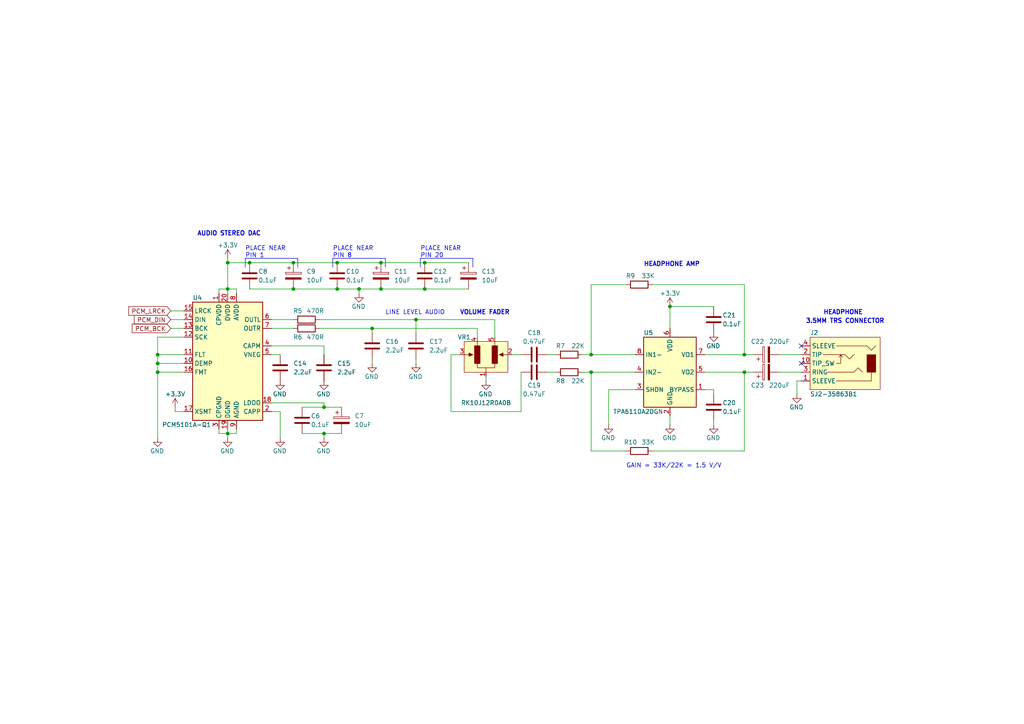
<source format=kicad_sch>
(kicad_sch (version 20230121) (generator eeschema)

  (uuid 7a31fe0a-40f9-468d-902a-c7fad4c9e0f2)

  (paper "A4")

  (title_block
    (title "Tulip CC / Audio")
  )

  (lib_symbols
    (symbol "power:+3.3V" (power) (pin_names (offset 0)) (in_bom yes) (on_board yes)
      (property "Reference" "#PWR" (at 0 -3.81 0)
        (effects (font (size 1.27 1.27)) hide)
      )
      (property "Value" "+3.3V" (at 0 3.556 0)
        (effects (font (size 1.27 1.27)))
      )
      (property "Footprint" "" (at 0 0 0)
        (effects (font (size 1.27 1.27)) hide)
      )
      (property "Datasheet" "" (at 0 0 0)
        (effects (font (size 1.27 1.27)) hide)
      )
      (property "ki_keywords" "global power" (at 0 0 0)
        (effects (font (size 1.27 1.27)) hide)
      )
      (property "ki_description" "Power symbol creates a global label with name \"+3.3V\"" (at 0 0 0)
        (effects (font (size 1.27 1.27)) hide)
      )
      (symbol "+3.3V_0_1"
        (polyline
          (pts
            (xy -0.762 1.27)
            (xy 0 2.54)
          )
          (stroke (width 0) (type default))
          (fill (type none))
        )
        (polyline
          (pts
            (xy 0 0)
            (xy 0 2.54)
          )
          (stroke (width 0) (type default))
          (fill (type none))
        )
        (polyline
          (pts
            (xy 0 2.54)
            (xy 0.762 1.27)
          )
          (stroke (width 0) (type default))
          (fill (type none))
        )
      )
      (symbol "+3.3V_1_1"
        (pin power_in line (at 0 0 90) (length 0) hide
          (name "+3.3V" (effects (font (size 1.27 1.27))))
          (number "1" (effects (font (size 1.27 1.27))))
        )
      )
    )
    (symbol "power:GND" (power) (pin_names (offset 0)) (in_bom yes) (on_board yes)
      (property "Reference" "#PWR" (at 0 -6.35 0)
        (effects (font (size 1.27 1.27)) hide)
      )
      (property "Value" "GND" (at 0 -3.81 0)
        (effects (font (size 1.27 1.27)))
      )
      (property "Footprint" "" (at 0 0 0)
        (effects (font (size 1.27 1.27)) hide)
      )
      (property "Datasheet" "" (at 0 0 0)
        (effects (font (size 1.27 1.27)) hide)
      )
      (property "ki_keywords" "global power" (at 0 0 0)
        (effects (font (size 1.27 1.27)) hide)
      )
      (property "ki_description" "Power symbol creates a global label with name \"GND\" , ground" (at 0 0 0)
        (effects (font (size 1.27 1.27)) hide)
      )
      (symbol "GND_0_1"
        (polyline
          (pts
            (xy 0 0)
            (xy 0 -1.27)
            (xy 1.27 -1.27)
            (xy 0 -2.54)
            (xy -1.27 -1.27)
            (xy 0 -1.27)
          )
          (stroke (width 0) (type default))
          (fill (type none))
        )
      )
      (symbol "GND_1_1"
        (pin power_in line (at 0 0 270) (length 0) hide
          (name "GND" (effects (font (size 1.27 1.27))))
          (number "1" (effects (font (size 1.27 1.27))))
        )
      )
    )
    (symbol "tulipcc_symbol_lib:CAP_0805_0.1UF" (pin_numbers hide) (pin_names (offset 0.254)) (in_bom yes) (on_board yes)
      (property "Reference" "C" (at 0.635 2.54 0)
        (effects (font (size 1.27 1.27)) (justify left))
      )
      (property "Value" "0.1uF" (at 0.635 -2.54 0)
        (effects (font (size 1.27 1.27)) (justify left))
      )
      (property "Footprint" "tulipcc_footprint_lib:C_0805_2012" (at 1.27 -15.24 0)
        (effects (font (size 1.27 1.27)) hide)
      )
      (property "Datasheet" "https://www.mouser.com/datasheet/2/212/KEM_C1002_X7R_SMD-1102033.pdf" (at 1.27 -11.43 0)
        (effects (font (size 1.27 1.27)) hide)
      )
      (property "Manufacturer" "Kemet" (at 0 -20.32 0)
        (effects (font (size 1.27 1.27)) hide)
      )
      (property "Part #" "C0805C104K5RAC7411" (at 0 -22.86 0)
        (effects (font (size 1.27 1.27)) hide)
      )
      (property "Supplier 1" "Mouser" (at 0 -26.67 0)
        (effects (font (size 1.27 1.27)) hide)
      )
      (property "Supplier 1 #" "80-C0805C104K5RACLR" (at 0 -29.21 0)
        (effects (font (size 1.27 1.27)) hide)
      )
      (property "Supplier 2" "DigiKey" (at 0 -33.02 0)
        (effects (font (size 1.27 1.27)) hide)
      )
      (property "Supplier 2 #" "399-C0805C104K5RAC7800CT-ND " (at 2.54 -35.56 0)
        (effects (font (size 1.27 1.27)) hide)
      )
      (property "ki_keywords" "cap capacitor" (at 0 0 0)
        (effects (font (size 1.27 1.27)) hide)
      )
      (property "ki_description" "Capacitor 0805" (at 0 0 0)
        (effects (font (size 1.27 1.27)) hide)
      )
      (property "ki_fp_filters" "C_*" (at 0 0 0)
        (effects (font (size 1.27 1.27)) hide)
      )
      (symbol "CAP_0805_0.1UF_0_1"
        (polyline
          (pts
            (xy -2.032 -0.762)
            (xy 2.032 -0.762)
          )
          (stroke (width 0.508) (type default))
          (fill (type none))
        )
        (polyline
          (pts
            (xy -2.032 0.762)
            (xy 2.032 0.762)
          )
          (stroke (width 0.508) (type default))
          (fill (type none))
        )
      )
      (symbol "CAP_0805_0.1UF_1_1"
        (pin passive line (at 0 3.81 270) (length 2.794)
          (name "~" (effects (font (size 1.27 1.27))))
          (number "1" (effects (font (size 1.27 1.27))))
        )
        (pin passive line (at 0 -3.81 90) (length 2.794)
          (name "~" (effects (font (size 1.27 1.27))))
          (number "2" (effects (font (size 1.27 1.27))))
        )
      )
    )
    (symbol "tulipcc_symbol_lib:CAP_0805_0.47UF" (pin_numbers hide) (pin_names (offset 0.254)) (in_bom yes) (on_board yes)
      (property "Reference" "C" (at 0.635 2.54 0)
        (effects (font (size 1.27 1.27)) (justify left))
      )
      (property "Value" "0.47uF" (at 0.635 -2.54 0)
        (effects (font (size 1.27 1.27)) (justify left))
      )
      (property "Footprint" "tulipcc_footprint_lib:C_0805_2012" (at 1.27 -15.24 0)
        (effects (font (size 1.27 1.27)) hide)
      )
      (property "Datasheet" "https://www.mouser.com/datasheet/2/212/KEM_C1002_X7R_SMD-1102033.pdf" (at 1.27 -11.43 0)
        (effects (font (size 1.27 1.27)) hide)
      )
      (property "Manufacturer" "Kemet" (at 0 -20.32 0)
        (effects (font (size 1.27 1.27)) hide)
      )
      (property "Part #" "C0805C474K3RACTU" (at 0 -22.86 0)
        (effects (font (size 1.27 1.27)) hide)
      )
      (property "Supplier 1" "Mouser" (at 0 -26.67 0)
        (effects (font (size 1.27 1.27)) hide)
      )
      (property "Supplier 1 #" "80-C0805C474K3R" (at 0 -29.21 0)
        (effects (font (size 1.27 1.27)) hide)
      )
      (property "Supplier 2" "DigiKey" (at 0 -33.02 0)
        (effects (font (size 1.27 1.27)) hide)
      )
      (property "Supplier 2 #" "399-C0805C474K3NAC7800CT-ND" (at 2.54 -35.56 0)
        (effects (font (size 1.27 1.27)) hide)
      )
      (property "ki_keywords" "cap capacitor" (at 0 0 0)
        (effects (font (size 1.27 1.27)) hide)
      )
      (property "ki_description" "Capacitor 0805" (at 0 0 0)
        (effects (font (size 1.27 1.27)) hide)
      )
      (property "ki_fp_filters" "C_*" (at 0 0 0)
        (effects (font (size 1.27 1.27)) hide)
      )
      (symbol "CAP_0805_0.47UF_0_1"
        (polyline
          (pts
            (xy -2.032 -0.762)
            (xy 2.032 -0.762)
          )
          (stroke (width 0.508) (type default))
          (fill (type none))
        )
        (polyline
          (pts
            (xy -2.032 0.762)
            (xy 2.032 0.762)
          )
          (stroke (width 0.508) (type default))
          (fill (type none))
        )
      )
      (symbol "CAP_0805_0.47UF_1_1"
        (pin passive line (at 0 3.81 270) (length 2.794)
          (name "~" (effects (font (size 1.27 1.27))))
          (number "1" (effects (font (size 1.27 1.27))))
        )
        (pin passive line (at 0 -3.81 90) (length 2.794)
          (name "~" (effects (font (size 1.27 1.27))))
          (number "2" (effects (font (size 1.27 1.27))))
        )
      )
    )
    (symbol "tulipcc_symbol_lib:CAP_0805_2.2UF" (pin_numbers hide) (pin_names (offset 0.254)) (in_bom yes) (on_board yes)
      (property "Reference" "C" (at 0.635 2.54 0)
        (effects (font (size 1.27 1.27)) (justify left))
      )
      (property "Value" "2.2uF" (at 0.635 -2.54 0)
        (effects (font (size 1.27 1.27)) (justify left))
      )
      (property "Footprint" "tulipcc_footprint_lib:C_0805_2012" (at 1.27 -15.24 0)
        (effects (font (size 1.27 1.27)) hide)
      )
      (property "Datasheet" "https://www.mouser.com/datasheet/2/212/KEM_C1002_X7R_SMD-1102033.pdf" (at 1.27 -11.43 0)
        (effects (font (size 1.27 1.27)) hide)
      )
      (property "Manufacturer" "Kemet" (at 0 -20.32 0)
        (effects (font (size 1.27 1.27)) hide)
      )
      (property "Part #" "C0805C225K3RACTU" (at 0 -22.86 0)
        (effects (font (size 1.27 1.27)) hide)
      )
      (property "Supplier 1" "Mouser" (at 0 -26.67 0)
        (effects (font (size 1.27 1.27)) hide)
      )
      (property "Supplier 1 #" "80-C0805C225K3R" (at 0 -29.21 0)
        (effects (font (size 1.27 1.27)) hide)
      )
      (property "Supplier 2" "DigiKey" (at 0 -33.02 0)
        (effects (font (size 1.27 1.27)) hide)
      )
      (property "Supplier 2 #" "399-11941-1-ND" (at 2.54 -35.56 0)
        (effects (font (size 1.27 1.27)) hide)
      )
      (property "ki_keywords" "cap capacitor" (at 0 0 0)
        (effects (font (size 1.27 1.27)) hide)
      )
      (property "ki_description" "Capacitor 0805" (at 0 0 0)
        (effects (font (size 1.27 1.27)) hide)
      )
      (property "ki_fp_filters" "C_*" (at 0 0 0)
        (effects (font (size 1.27 1.27)) hide)
      )
      (symbol "CAP_0805_2.2UF_0_1"
        (polyline
          (pts
            (xy -2.032 -0.762)
            (xy 2.032 -0.762)
          )
          (stroke (width 0.508) (type default))
          (fill (type none))
        )
        (polyline
          (pts
            (xy -2.032 0.762)
            (xy 2.032 0.762)
          )
          (stroke (width 0.508) (type default))
          (fill (type none))
        )
      )
      (symbol "CAP_0805_2.2UF_1_1"
        (pin passive line (at 0 3.81 270) (length 2.794)
          (name "~" (effects (font (size 1.27 1.27))))
          (number "1" (effects (font (size 1.27 1.27))))
        )
        (pin passive line (at 0 -3.81 90) (length 2.794)
          (name "~" (effects (font (size 1.27 1.27))))
          (number "2" (effects (font (size 1.27 1.27))))
        )
      )
    )
    (symbol "tulipcc_symbol_lib:CAP_10UF_16V" (pin_numbers hide) (pin_names (offset 0.254)) (in_bom yes) (on_board yes)
      (property "Reference" "C" (at 0.635 2.54 0)
        (effects (font (size 1.27 1.27)) (justify left))
      )
      (property "Value" "10uF" (at 0.635 -2.54 0)
        (effects (font (size 1.27 1.27)) (justify left))
      )
      (property "Footprint" "tulipcc_footprint_lib:CAP_WE_865060340001" (at 1.27 -11.43 0)
        (effects (font (size 1.27 1.27)) hide)
      )
      (property "Datasheet" "https://www.we-online.com/components/products/datasheet/865060345007.pdf" (at 0 -13.97 0)
        (effects (font (size 1.27 1.27)) hide)
      )
      (property "Rating" "16V" (at 2.54 -5.08 0)
        (effects (font (size 1.27 1.27)) hide)
      )
      (property "Manufacturer" "WE" (at 0 -17.78 0)
        (effects (font (size 1.27 1.27)) hide)
      )
      (property "Part #" "865060340001" (at 0 -20.32 0)
        (effects (font (size 1.27 1.27)) hide)
      )
      (property "Supplier 1" "Mouser" (at 0 -22.86 0)
        (effects (font (size 1.27 1.27)) hide)
      )
      (property "Supplier 1 #" "710-865060340001" (at 0 -25.4 0)
        (effects (font (size 1.27 1.27)) hide)
      )
      (property "Supplier 2" "DigiKey" (at 0 -29.21 0)
        (effects (font (size 1.27 1.27)) hide)
      )
      (property "Supplier 2 #" "732-8518-1-ND" (at 0 -31.75 0)
        (effects (font (size 1.27 1.27)) hide)
      )
      (property "ki_keywords" "cap capacitor" (at 0 0 0)
        (effects (font (size 1.27 1.27)) hide)
      )
      (property "ki_description" "Polarized capacitor" (at 0 0 0)
        (effects (font (size 1.27 1.27)) hide)
      )
      (property "ki_fp_filters" "CP_*" (at 0 0 0)
        (effects (font (size 1.27 1.27)) hide)
      )
      (symbol "CAP_10UF_16V_0_1"
        (rectangle (start -2.286 0.508) (end 2.286 1.016)
          (stroke (width 0) (type default))
          (fill (type none))
        )
        (polyline
          (pts
            (xy -1.778 2.286)
            (xy -0.762 2.286)
          )
          (stroke (width 0) (type default))
          (fill (type none))
        )
        (polyline
          (pts
            (xy -1.27 2.794)
            (xy -1.27 1.778)
          )
          (stroke (width 0) (type default))
          (fill (type none))
        )
        (rectangle (start 2.286 -0.508) (end -2.286 -1.016)
          (stroke (width 0) (type default))
          (fill (type outline))
        )
      )
      (symbol "CAP_10UF_16V_1_1"
        (pin passive line (at 0 3.81 270) (length 2.794)
          (name "" (effects (font (size 1.27 1.27))))
          (number "1" (effects (font (size 1.27 1.27))))
        )
        (pin passive line (at 0 -3.81 90) (length 2.794)
          (name "" (effects (font (size 1.27 1.27))))
          (number "2" (effects (font (size 1.27 1.27))))
        )
      )
    )
    (symbol "tulipcc_symbol_lib:CAP_220UF_16V" (pin_numbers hide) (pin_names (offset 0.254)) (in_bom yes) (on_board yes)
      (property "Reference" "C" (at 0.635 2.54 0)
        (effects (font (size 1.27 1.27)) (justify left))
      )
      (property "Value" "220uF" (at 0.635 -2.54 0)
        (effects (font (size 1.27 1.27)) (justify left))
      )
      (property "Footprint" "tulipcc_footprint_lib:CAP_WE_865060345007" (at 1.27 -11.43 0)
        (effects (font (size 1.27 1.27)) hide)
      )
      (property "Datasheet" "https://www.we-online.com/components/products/datasheet/865060345007.pdf" (at 0 -13.97 0)
        (effects (font (size 1.27 1.27)) hide)
      )
      (property "Rating" "16V" (at 2.54 -5.08 0)
        (effects (font (size 1.27 1.27)) hide)
      )
      (property "Manufacturer" "WE" (at 0 -17.78 0)
        (effects (font (size 1.27 1.27)) hide)
      )
      (property "Part #" "865060345007" (at 0 -20.32 0)
        (effects (font (size 1.27 1.27)) hide)
      )
      (property "Supplier 1" "Mouser" (at 0 -22.86 0)
        (effects (font (size 1.27 1.27)) hide)
      )
      (property "Supplier 1 #" "710-865060345007" (at 0 -25.4 0)
        (effects (font (size 1.27 1.27)) hide)
      )
      (property "Supplier 2" "DigiKey" (at 0 -29.21 0)
        (effects (font (size 1.27 1.27)) hide)
      )
      (property "Supplier 2 #" "732-8524-1-ND" (at 0 -31.75 0)
        (effects (font (size 1.27 1.27)) hide)
      )
      (property "ki_keywords" "cap capacitor" (at 0 0 0)
        (effects (font (size 1.27 1.27)) hide)
      )
      (property "ki_description" "Polarized capacitor" (at 0 0 0)
        (effects (font (size 1.27 1.27)) hide)
      )
      (property "ki_fp_filters" "CP_*" (at 0 0 0)
        (effects (font (size 1.27 1.27)) hide)
      )
      (symbol "CAP_220UF_16V_0_1"
        (rectangle (start -2.286 0.508) (end 2.286 1.016)
          (stroke (width 0) (type default))
          (fill (type none))
        )
        (polyline
          (pts
            (xy -1.778 2.286)
            (xy -0.762 2.286)
          )
          (stroke (width 0) (type default))
          (fill (type none))
        )
        (polyline
          (pts
            (xy -1.27 2.794)
            (xy -1.27 1.778)
          )
          (stroke (width 0) (type default))
          (fill (type none))
        )
        (rectangle (start 2.286 -0.508) (end -2.286 -1.016)
          (stroke (width 0) (type default))
          (fill (type outline))
        )
      )
      (symbol "CAP_220UF_16V_1_1"
        (pin passive line (at 0 3.81 270) (length 2.794)
          (name "" (effects (font (size 1.27 1.27))))
          (number "1" (effects (font (size 1.27 1.27))))
        )
        (pin passive line (at 0 -3.81 90) (length 2.794)
          (name "" (effects (font (size 1.27 1.27))))
          (number "2" (effects (font (size 1.27 1.27))))
        )
      )
    )
    (symbol "tulipcc_symbol_lib:CON_TRS_CUI_SJ2-35863B1" (in_bom yes) (on_board yes)
      (property "Reference" "J" (at -8.89 8.89 0)
        (effects (font (size 1.27 1.27)))
      )
      (property "Value" "SJ2-35863B1" (at 0 -10.16 0)
        (effects (font (size 1.27 1.27)))
      )
      (property "Footprint" "tulipcc_footprint_lib:CON_CUI_SJ2-35863B1-SMT" (at 1.27 -16.51 0)
        (effects (font (size 1.27 1.27)) hide)
      )
      (property "Datasheet" "https://www.mouser.com/datasheet/2/670/sj2_3586x_smt-1779253.pdf" (at 1.27 -13.97 0)
        (effects (font (size 1.27 1.27)) hide)
      )
      (property "Manufacturer" "CUI" (at 0 -21.59 0)
        (effects (font (size 1.27 1.27)) hide)
      )
      (property "Part #" "SJ2-35863B1-SMT-TR" (at 1.27 -24.13 0)
        (effects (font (size 1.27 1.27)) hide)
      )
      (property "Supplier 1" "Mouser" (at 0 -26.67 0)
        (effects (font (size 1.27 1.27)) hide)
      )
      (property "Supplier 1 #" "595-TPA6110A2DGNR" (at 1.27 -29.21 0)
        (effects (font (size 1.27 1.27)) hide)
      )
      (property "Supplier 2" "DigiKey" (at 0 -33.02 0)
        (effects (font (size 1.27 1.27)) hide)
      )
      (property "Supplier 2 #" "CP-SJ2-35863B1-SMT-CT-ND" (at 1.27 -35.56 0)
        (effects (font (size 1.27 1.27)) hide)
      )
      (property "ki_description" "Audio 3.5mm connector TRS Tip Switch" (at 0 0 0)
        (effects (font (size 1.27 1.27)) hide)
      )
      (symbol "CON_TRS_CUI_SJ2-35863B1_0_1"
        (rectangle (start -10.16 7.62) (end 10.16 -7.62)
          (stroke (width 0) (type default))
          (fill (type background))
        )
        (polyline
          (pts
            (xy 2.54 5.08)
            (xy -7.62 5.08)
          )
          (stroke (width 0) (type default))
          (fill (type none))
        )
        (polyline
          (pts
            (xy 2.54 0)
            (xy 1.27 0)
            (xy 1.27 -2.54)
          )
          (stroke (width 0) (type default))
          (fill (type none))
        )
        (polyline
          (pts
            (xy 1.27 -2.54)
            (xy 1.778 -1.778)
            (xy 1.27 -2.54)
            (xy 0.762 -1.778)
          )
          (stroke (width 0) (type default))
          (fill (type none))
        )
        (polyline
          (pts
            (xy 2.54 -5.08)
            (xy -6.35 -5.08)
            (xy -7.62 -3.81)
            (xy -8.89 -5.08)
          )
          (stroke (width 0) (type default))
          (fill (type none))
        )
        (polyline
          (pts
            (xy 5.08 2.54)
            (xy -2.54 2.54)
            (xy -3.81 1.27)
            (xy -5.08 2.54)
          )
          (stroke (width 0) (type default))
          (fill (type none))
        )
        (polyline
          (pts
            (xy 6.35 -2.54)
            (xy 0 -2.54)
            (xy -1.27 -1.27)
            (xy -2.54 -2.54)
          )
          (stroke (width 0) (type default))
          (fill (type none))
        )
        (polyline
          (pts
            (xy -7.62 5.08)
            (xy -7.62 2.54)
            (xy -8.89 2.54)
            (xy -8.89 -2.54)
            (xy -6.35 -2.54)
            (xy -6.35 2.54)
            (xy -7.62 2.54)
          )
          (stroke (width 0) (type default))
          (fill (type outline))
        )
      )
      (symbol "CON_TRS_CUI_SJ2-35863B1_1_1"
        (pin passive line (at 12.7 5.08 180) (length 2.54)
          (name "SLEEVE" (effects (font (size 1.27 1.27))))
          (number "1" (effects (font (size 1.27 1.27))))
        )
        (pin passive line (at 12.7 0 180) (length 2.54)
          (name "TIP_SW" (effects (font (size 1.27 1.27))))
          (number "10" (effects (font (size 1.27 1.27))))
        )
        (pin passive line (at 12.7 -2.54 180) (length 2.54)
          (name "TIP" (effects (font (size 1.27 1.27))))
          (number "2" (effects (font (size 1.27 1.27))))
        )
        (pin passive line (at 12.7 2.54 180) (length 2.54)
          (name "RING" (effects (font (size 1.27 1.27))))
          (number "3" (effects (font (size 1.27 1.27))))
        )
        (pin passive line (at 12.7 -5.08 180) (length 2.54)
          (name "SLEEVE" (effects (font (size 1.27 1.27))))
          (number "4" (effects (font (size 1.27 1.27))))
        )
      )
    )
    (symbol "tulipcc_symbol_lib:PCM5101A" (in_bom yes) (on_board yes)
      (property "Reference" "U" (at -10.16 19.05 0)
        (effects (font (size 1.27 1.27)) (justify left))
      )
      (property "Value" "PCM5101A-Q1" (at 3.81 21.59 0)
        (effects (font (size 1.27 1.27)) (justify left))
      )
      (property "Footprint" "Package_SO:TSSOP-20_4.4x6.5mm_P0.65mm" (at 25.4 -21.59 0)
        (effects (font (size 1.27 1.27)) hide)
      )
      (property "Datasheet" "https://www.ti.com/lit/ds/symlink/pcm5101a-q1.pdf" (at 2.54 -31.75 0)
        (effects (font (size 1.27 1.27)) hide)
      )
      (property "Manufacturer" "TI" (at 0 -38.1 0)
        (effects (font (size 1.27 1.27)) hide)
      )
      (property "Part #" "PCM5101AQPWRQ1" (at 1.27 -40.64 0)
        (effects (font (size 1.27 1.27)) hide)
      )
      (property "Supplier 1" "Mouser" (at 0 -43.18 0)
        (effects (font (size 1.27 1.27)) hide)
      )
      (property "Supplier 1 #" "595-PCM5101AQPWRQ1" (at 0 -45.72 0)
        (effects (font (size 1.27 1.27)) hide)
      )
      (property "Supplier 2" "DigiKey" (at 0 -48.26 0)
        (effects (font (size 1.27 1.27)) hide)
      )
      (property "Supplier 2 #" "296-37276-1-ND" (at 0 -50.8 0)
        (effects (font (size 1.27 1.27)) hide)
      )
      (property "ki_keywords" "audio dac 2ch 32bit 384kHz" (at 0 0 0)
        (effects (font (size 1.27 1.27)) hide)
      )
      (property "ki_description" "2.1 VRMS, 106dB Audio Stereo DAC with PLL and 32-bit, 384kHz PCM Interface, TSSOP-20" (at 0 0 0)
        (effects (font (size 1.27 1.27)) hide)
      )
      (property "ki_fp_filters" "TSSOP*4.4x6.5mm*P0.65mm*" (at 0 0 0)
        (effects (font (size 1.27 1.27)) hide)
      )
      (symbol "PCM5101A_0_1"
        (rectangle (start -10.16 15.24) (end 10.16 -19.05)
          (stroke (width 0.254) (type default))
          (fill (type background))
        )
      )
      (symbol "PCM5101A_1_1"
        (pin passive line (at -2.54 17.78 270) (length 2.54)
          (name "CPVDD" (effects (font (size 1.27 1.27))))
          (number "1" (effects (font (size 1.27 1.27))))
        )
        (pin input line (at -12.7 -2.54 0) (length 2.54)
          (name "DEMP" (effects (font (size 1.27 1.27))))
          (number "10" (effects (font (size 1.27 1.27))))
        )
        (pin input line (at -12.7 0 0) (length 2.54)
          (name "FLT" (effects (font (size 1.27 1.27))))
          (number "11" (effects (font (size 1.27 1.27))))
        )
        (pin input line (at -12.7 5.08 0) (length 2.54)
          (name "SCK" (effects (font (size 1.27 1.27))))
          (number "12" (effects (font (size 1.27 1.27))))
        )
        (pin input line (at -12.7 7.62 0) (length 2.54)
          (name "BCK" (effects (font (size 1.27 1.27))))
          (number "13" (effects (font (size 1.27 1.27))))
        )
        (pin input line (at -12.7 10.16 0) (length 2.54)
          (name "DIN" (effects (font (size 1.27 1.27))))
          (number "14" (effects (font (size 1.27 1.27))))
        )
        (pin input line (at -12.7 12.7 0) (length 2.54)
          (name "LRCK" (effects (font (size 1.27 1.27))))
          (number "15" (effects (font (size 1.27 1.27))))
        )
        (pin input line (at -12.7 -5.08 0) (length 2.54)
          (name "FMT" (effects (font (size 1.27 1.27))))
          (number "16" (effects (font (size 1.27 1.27))))
        )
        (pin input line (at -12.7 -16.51 0) (length 2.54)
          (name "XSMT" (effects (font (size 1.27 1.27))))
          (number "17" (effects (font (size 1.27 1.27))))
        )
        (pin passive line (at 12.7 -13.97 180) (length 2.54)
          (name "LDOO" (effects (font (size 1.27 1.27))))
          (number "18" (effects (font (size 1.27 1.27))))
        )
        (pin power_in line (at 0 -21.59 90) (length 2.54)
          (name "DGND" (effects (font (size 1.27 1.27))))
          (number "19" (effects (font (size 1.27 1.27))))
        )
        (pin passive line (at 12.7 -16.51 180) (length 2.54)
          (name "CAPP" (effects (font (size 1.27 1.27))))
          (number "2" (effects (font (size 1.27 1.27))))
        )
        (pin power_in line (at 0 17.78 270) (length 2.54)
          (name "DVDD" (effects (font (size 1.27 1.27))))
          (number "20" (effects (font (size 1.27 1.27))))
        )
        (pin power_in line (at -2.54 -21.59 90) (length 2.54)
          (name "CPGND" (effects (font (size 1.27 1.27))))
          (number "3" (effects (font (size 1.27 1.27))))
        )
        (pin passive line (at 12.7 2.54 180) (length 2.54)
          (name "CAPM" (effects (font (size 1.27 1.27))))
          (number "4" (effects (font (size 1.27 1.27))))
        )
        (pin passive line (at 12.7 0 180) (length 2.54)
          (name "VNEG" (effects (font (size 1.27 1.27))))
          (number "5" (effects (font (size 1.27 1.27))))
        )
        (pin output line (at 12.7 10.16 180) (length 2.54)
          (name "OUTL" (effects (font (size 1.27 1.27))))
          (number "6" (effects (font (size 1.27 1.27))))
        )
        (pin output line (at 12.7 7.62 180) (length 2.54)
          (name "OUTR" (effects (font (size 1.27 1.27))))
          (number "7" (effects (font (size 1.27 1.27))))
        )
        (pin power_in line (at 2.54 17.78 270) (length 2.54)
          (name "AVDD" (effects (font (size 1.27 1.27))))
          (number "8" (effects (font (size 1.27 1.27))))
        )
        (pin power_in line (at 2.54 -21.59 90) (length 2.54)
          (name "AGND" (effects (font (size 1.27 1.27))))
          (number "9" (effects (font (size 1.27 1.27))))
        )
      )
    )
    (symbol "tulipcc_symbol_lib:POT_ROTARY_LOG_RK10J12R0A0B" (in_bom yes) (on_board yes)
      (property "Reference" "VR" (at 2.54 0 0)
        (effects (font (size 1.27 1.27)))
      )
      (property "Value" "RK10J12R0A0B" (at 19.05 -11.43 0)
        (effects (font (size 1.27 1.27)))
      )
      (property "Footprint" "tulipcc_footprint_lib:ALPS_RK10J12R0A0B" (at 8.89 -21.59 0)
        (effects (font (size 1.27 1.27)) hide)
      )
      (property "Datasheet" "https://www.mouser.com/datasheet/2/15/RKJ1-1370680.pdf" (at 11.43 -19.05 0)
        (effects (font (size 1.27 1.27)) hide)
      )
      (property "Manufacturer" "Alps" (at 8.89 -25.4 0)
        (effects (font (size 1.27 1.27)) hide)
      )
      (property "Part #" "RK10J12R0A0B" (at 8.89 -27.94 0)
        (effects (font (size 1.27 1.27)) hide)
      )
      (property "Supplier 1" "Mouser" (at 8.89 -31.75 0)
        (effects (font (size 1.27 1.27)) hide)
      )
      (property "Supplier 1 #" "688-RK10J12R0A0B" (at 8.89 -34.29 0)
        (effects (font (size 1.27 1.27)) hide)
      )
      (symbol "POT_ROTARY_LOG_RK10J12R0A0B_0_1"
        (polyline
          (pts
            (xy 2.54 -5.08)
            (xy 4.699 -5.08)
          )
          (stroke (width 0) (type default))
          (fill (type none))
        )
        (polyline
          (pts
            (xy 6.35 -1.27)
            (xy 6.35 -2.54)
          )
          (stroke (width 0) (type default))
          (fill (type none))
        )
        (polyline
          (pts
            (xy 8.89 -10.16)
            (xy 8.89 -8.89)
          )
          (stroke (width 0) (type default))
          (fill (type none))
        )
        (polyline
          (pts
            (xy 11.43 -1.27)
            (xy 11.43 -2.54)
          )
          (stroke (width 0) (type default))
          (fill (type none))
        )
        (polyline
          (pts
            (xy 14.097 -5.08)
            (xy 13.081 -5.08)
          )
          (stroke (width 0) (type default))
          (fill (type none))
        )
        (polyline
          (pts
            (xy 15.24 -5.08)
            (xy 13.97 -5.08)
          )
          (stroke (width 0) (type default))
          (fill (type none))
        )
        (polyline
          (pts
            (xy 5.08 -5.08)
            (xy 3.937 -5.588)
            (xy 3.937 -4.572)
            (xy 5.08 -5.08)
          )
          (stroke (width 0) (type default))
          (fill (type outline))
        )
        (polyline
          (pts
            (xy 11.43 -7.62)
            (xy 11.43 -8.89)
            (xy 6.35 -8.89)
            (xy 6.35 -7.62)
          )
          (stroke (width 0) (type default))
          (fill (type none))
        )
        (polyline
          (pts
            (xy 12.7 -5.08)
            (xy 13.843 -4.572)
            (xy 13.843 -5.588)
            (xy 12.7 -5.08)
          )
          (stroke (width 0) (type default))
          (fill (type outline))
        )
        (rectangle (start 2.54 -1.27) (end 15.24 -10.16)
          (stroke (width 0) (type default))
          (fill (type background))
        )
        (rectangle (start 5.588 -2.54) (end 7.112 -7.62)
          (stroke (width 0.254) (type default))
          (fill (type outline))
        )
        (rectangle (start 10.668 -2.54) (end 12.192 -7.62)
          (stroke (width 0.254) (type default))
          (fill (type outline))
        )
      )
      (symbol "POT_ROTARY_LOG_RK10J12R0A0B_1_1"
        (pin passive line (at 8.89 -11.43 90) (length 1.27)
          (name "" (effects (font (size 1.27 1.27))))
          (number "1" (effects (font (size 1.27 1.27))))
        )
        (pin passive line (at 1.27 -5.08 0) (length 1.27)
          (name "" (effects (font (size 1.27 1.27))))
          (number "2" (effects (font (size 1.27 1.27))))
        )
        (pin passive line (at 16.51 -5.08 180) (length 1.27)
          (name "" (effects (font (size 1.27 1.27))))
          (number "3" (effects (font (size 1.27 1.27))))
        )
        (pin passive line (at 11.43 0 270) (length 1.27)
          (name "" (effects (font (size 1.27 1.27))))
          (number "4" (effects (font (size 1.27 1.27))))
        )
        (pin passive line (at 6.35 0 270) (length 1.27)
          (name "" (effects (font (size 1.27 1.27))))
          (number "5" (effects (font (size 1.27 1.27))))
        )
      )
    )
    (symbol "tulipcc_symbol_lib:RES_0805_22K" (pin_numbers hide) (pin_names (offset 0)) (in_bom yes) (on_board yes)
      (property "Reference" "R" (at 0 2.032 0)
        (effects (font (size 1.27 1.27)))
      )
      (property "Value" "22K" (at 0 -2.54 0)
        (effects (font (size 1.27 1.27)))
      )
      (property "Footprint" "tulipcc_footprint_lib:R_0805_2012" (at 0 -6.35 0)
        (effects (font (size 1.27 1.27)) hide)
      )
      (property "Datasheet" "https://www.mouser.com/datasheet/2/54/cr-1858361.pdf" (at -1.27 -3.81 0)
        (effects (font (size 1.27 1.27)) hide)
      )
      (property "Manufacturer" "Bourns" (at 0 -11.43 0)
        (effects (font (size 1.27 1.27)) hide)
      )
      (property "Part #" "CR0805-FX-2202ELF" (at 0 -13.97 0)
        (effects (font (size 1.27 1.27)) hide)
      )
      (property "Supplier 1" "Mouser" (at 0 -16.51 0)
        (effects (font (size 1.27 1.27)) hide)
      )
      (property "Supplier 1 #" "652-CR0805-FX2202ELF" (at 0 -19.05 0)
        (effects (font (size 1.27 1.27)) hide)
      )
      (property "Supplier 2" "DigiKey" (at 0 -21.59 0)
        (effects (font (size 1.27 1.27)) hide)
      )
      (property "Supplier 2 #" "CR0805-FX-2202ELFCT-ND" (at 0 -24.13 0)
        (effects (font (size 1.27 1.27)) hide)
      )
      (property "ki_keywords" "R res resistor" (at 0 0 0)
        (effects (font (size 1.27 1.27)) hide)
      )
      (property "ki_description" "Resistor 0805" (at 0 0 0)
        (effects (font (size 1.27 1.27)) hide)
      )
      (property "ki_fp_filters" "R_*" (at 0 0 0)
        (effects (font (size 1.27 1.27)) hide)
      )
      (symbol "RES_0805_22K_0_1"
        (rectangle (start 2.54 -1.016) (end -2.54 1.016)
          (stroke (width 0.254) (type default))
          (fill (type none))
        )
      )
      (symbol "RES_0805_22K_1_1"
        (pin passive line (at -3.81 0 0) (length 1.27)
          (name "~" (effects (font (size 1.27 1.27))))
          (number "1" (effects (font (size 1.27 1.27))))
        )
        (pin passive line (at 3.81 0 180) (length 1.27)
          (name "~" (effects (font (size 1.27 1.27))))
          (number "2" (effects (font (size 1.27 1.27))))
        )
      )
    )
    (symbol "tulipcc_symbol_lib:RES_0805_33K" (pin_numbers hide) (pin_names (offset 0)) (in_bom yes) (on_board yes)
      (property "Reference" "R" (at 0 2.032 0)
        (effects (font (size 1.27 1.27)))
      )
      (property "Value" "33K" (at 0 -2.54 0)
        (effects (font (size 1.27 1.27)))
      )
      (property "Footprint" "tulipcc_footprint_lib:R_0805_2012" (at 0 -6.35 0)
        (effects (font (size 1.27 1.27)) hide)
      )
      (property "Datasheet" "https://www.mouser.com/datasheet/2/54/cr-1858361.pdf" (at -1.27 -3.81 0)
        (effects (font (size 1.27 1.27)) hide)
      )
      (property "Manufacturer" "Bourns" (at 0 -11.43 0)
        (effects (font (size 1.27 1.27)) hide)
      )
      (property "Part #" "CR0805-FX-3002ELF" (at 0 -13.97 0)
        (effects (font (size 1.27 1.27)) hide)
      )
      (property "Supplier 1" "Mouser" (at 0 -16.51 0)
        (effects (font (size 1.27 1.27)) hide)
      )
      (property "Supplier 1 #" "652-CR0805FX-3002ELF" (at 0 -19.05 0)
        (effects (font (size 1.27 1.27)) hide)
      )
      (property "Supplier 2" "DigiKey" (at 0 -21.59 0)
        (effects (font (size 1.27 1.27)) hide)
      )
      (property "Supplier 2 #" "CR1206-FX-3002ELFCT-ND" (at 0 -24.13 0)
        (effects (font (size 1.27 1.27)) hide)
      )
      (property "ki_keywords" "R res resistor" (at 0 0 0)
        (effects (font (size 1.27 1.27)) hide)
      )
      (property "ki_description" "Resistor 0805" (at 0 0 0)
        (effects (font (size 1.27 1.27)) hide)
      )
      (property "ki_fp_filters" "R_*" (at 0 0 0)
        (effects (font (size 1.27 1.27)) hide)
      )
      (symbol "RES_0805_33K_0_1"
        (rectangle (start 2.54 -1.016) (end -2.54 1.016)
          (stroke (width 0.254) (type default))
          (fill (type none))
        )
      )
      (symbol "RES_0805_33K_1_1"
        (pin passive line (at -3.81 0 0) (length 1.27)
          (name "~" (effects (font (size 1.27 1.27))))
          (number "1" (effects (font (size 1.27 1.27))))
        )
        (pin passive line (at 3.81 0 180) (length 1.27)
          (name "~" (effects (font (size 1.27 1.27))))
          (number "2" (effects (font (size 1.27 1.27))))
        )
      )
    )
    (symbol "tulipcc_symbol_lib:RES_0805_470R" (pin_numbers hide) (pin_names (offset 0)) (in_bom yes) (on_board yes)
      (property "Reference" "R" (at 0 2.032 0)
        (effects (font (size 1.27 1.27)))
      )
      (property "Value" "470R" (at 0 -2.54 0)
        (effects (font (size 1.27 1.27)))
      )
      (property "Footprint" "tulipcc_footprint_lib:R_0805_2012" (at 0 -6.35 0)
        (effects (font (size 1.27 1.27)) hide)
      )
      (property "Datasheet" "https://www.mouser.com/datasheet/2/54/cr-1858361.pdf" (at -1.27 -3.81 0)
        (effects (font (size 1.27 1.27)) hide)
      )
      (property "Manufacturer" "Bourns" (at 0 -11.43 0)
        (effects (font (size 1.27 1.27)) hide)
      )
      (property "Part #" "CR0805-FX-4703ELF" (at 0 -13.97 0)
        (effects (font (size 1.27 1.27)) hide)
      )
      (property "Supplier 1" "Mouser" (at 0 -16.51 0)
        (effects (font (size 1.27 1.27)) hide)
      )
      (property "Supplier 1 #" "652-CR0805FX-4703ELF" (at 0 -19.05 0)
        (effects (font (size 1.27 1.27)) hide)
      )
      (property "Supplier 2" "DigiKey" (at 0 -21.59 0)
        (effects (font (size 1.27 1.27)) hide)
      )
      (property "Supplier 2 #" "118-CMP1206-FX-4703ELFCT-ND" (at 0 -24.13 0)
        (effects (font (size 1.27 1.27)) hide)
      )
      (property "ki_keywords" "R res resistor" (at 0 0 0)
        (effects (font (size 1.27 1.27)) hide)
      )
      (property "ki_description" "Resistor 0805" (at 0 0 0)
        (effects (font (size 1.27 1.27)) hide)
      )
      (property "ki_fp_filters" "R_*" (at 0 0 0)
        (effects (font (size 1.27 1.27)) hide)
      )
      (symbol "RES_0805_470R_0_1"
        (rectangle (start 2.54 -1.016) (end -2.54 1.016)
          (stroke (width 0.254) (type default))
          (fill (type none))
        )
      )
      (symbol "RES_0805_470R_1_1"
        (pin passive line (at -3.81 0 0) (length 1.27)
          (name "~" (effects (font (size 1.27 1.27))))
          (number "1" (effects (font (size 1.27 1.27))))
        )
        (pin passive line (at 3.81 0 180) (length 1.27)
          (name "~" (effects (font (size 1.27 1.27))))
          (number "2" (effects (font (size 1.27 1.27))))
        )
      )
    )
    (symbol "tulipcc_symbol_lib:TPA6110A2DGN" (in_bom yes) (on_board yes)
      (property "Reference" "U" (at -6.35 11.43 0)
        (effects (font (size 1.27 1.27)))
      )
      (property "Value" "TPA6110A2DGN" (at 8.89 -11.43 0)
        (effects (font (size 1.27 1.27)))
      )
      (property "Footprint" "tulipcc_footprint_lib:HVSSOP-8-1EP_3x3mm_P0.65mm_EP1.57x1.89mm" (at 0 -26.67 0)
        (effects (font (size 1.27 1.27) italic) hide)
      )
      (property "Datasheet" "https://www.ti.com/lit/ds/symlink/tpa6110a2.pdf" (at 0 -24.13 0)
        (effects (font (size 1.27 1.27)) hide)
      )
      (property "Manufacturer" "TI" (at 0 -31.75 0)
        (effects (font (size 1.27 1.27)) hide)
      )
      (property "Part #" "TPA6110A2DGNR" (at 0 -34.29 0)
        (effects (font (size 1.27 1.27)) hide)
      )
      (property "Supplier 1" "Mouser" (at 0 -38.1 0)
        (effects (font (size 1.27 1.27)) hide)
      )
      (property "Supplier 1 #" "595-TPA6110A2DGNR" (at 0 -40.64 0)
        (effects (font (size 1.27 1.27)) hide)
      )
      (property "Supplier 2" "DigiKey" (at 0 -44.45 0)
        (effects (font (size 1.27 1.27)) hide)
      )
      (property "Supplier 2 #" "296-31976-1-ND" (at 1.27 -46.99 0)
        (effects (font (size 1.27 1.27)) hide)
      )
      (property "ki_keywords" "audio amplifier headphone" (at 0 0 0)
        (effects (font (size 1.27 1.27)) hide)
      )
      (property "ki_description" "150-mW Stereo Audio Power Amplifier, HVSSOP" (at 0 0 0)
        (effects (font (size 1.27 1.27)) hide)
      )
      (property "ki_fp_filters" "HVSSOP*3x3mm*P0.65mm*" (at 0 0 0)
        (effects (font (size 1.27 1.27)) hide)
      )
      (symbol "TPA6110A2DGN_0_1"
        (rectangle (start -7.62 10.16) (end 7.62 -10.16)
          (stroke (width 0.254) (type default))
          (fill (type background))
        )
      )
      (symbol "TPA6110A2DGN_1_1"
        (pin passive line (at 10.16 -5.08 180) (length 2.54)
          (name "BYPASS" (effects (font (size 1.27 1.27))))
          (number "1" (effects (font (size 1.27 1.27))))
        )
        (pin power_in line (at 0 -12.7 90) (length 2.54)
          (name "GND" (effects (font (size 1.27 1.27))))
          (number "2" (effects (font (size 1.27 1.27))))
        )
        (pin input line (at -10.16 -5.08 0) (length 2.54)
          (name "SHDN" (effects (font (size 1.27 1.27))))
          (number "3" (effects (font (size 1.27 1.27))))
        )
        (pin input line (at -10.16 0 0) (length 2.54)
          (name "IN2-" (effects (font (size 1.27 1.27))))
          (number "4" (effects (font (size 1.27 1.27))))
        )
        (pin output line (at 10.16 0 180) (length 2.54)
          (name "VO2" (effects (font (size 1.27 1.27))))
          (number "5" (effects (font (size 1.27 1.27))))
        )
        (pin power_in line (at 0 12.7 270) (length 2.54)
          (name "VDD" (effects (font (size 1.27 1.27))))
          (number "6" (effects (font (size 1.27 1.27))))
        )
        (pin output line (at 10.16 5.08 180) (length 2.54)
          (name "VO1" (effects (font (size 1.27 1.27))))
          (number "7" (effects (font (size 1.27 1.27))))
        )
        (pin input line (at -10.16 5.08 0) (length 2.54)
          (name "IN1-" (effects (font (size 1.27 1.27))))
          (number "8" (effects (font (size 1.27 1.27))))
        )
        (pin passive line (at 0 -12.7 90) (length 2.54) hide
          (name "GND" (effects (font (size 1.27 1.27))))
          (number "9" (effects (font (size 1.27 1.27))))
        )
      )
    )
  )

  (junction (at 110.49 76.2) (diameter 0) (color 0 0 0 0)
    (uuid 023a1ad4-4ba5-4840-90e7-8a33783f92bd)
  )
  (junction (at 171.45 107.95) (diameter 0) (color 0 0 0 0)
    (uuid 09c49778-929e-4734-a98d-9a1747b53ec7)
  )
  (junction (at 123.19 76.2) (diameter 0) (color 0 0 0 0)
    (uuid 13e17a9b-774f-4805-8472-f801a8b0a8bc)
  )
  (junction (at 93.98 125.73) (diameter 0) (color 0 0 0 0)
    (uuid 172c8374-3e6b-488b-a8e3-f5d747e596a1)
  )
  (junction (at 120.65 92.71) (diameter 0) (color 0 0 0 0)
    (uuid 265bec5c-241a-4663-b19e-13d49d371202)
  )
  (junction (at 66.04 125.73) (diameter 0) (color 0 0 0 0)
    (uuid 3e2ba08b-a4cd-4400-b2c3-8fb08533ab4f)
  )
  (junction (at 45.72 107.95) (diameter 0) (color 0 0 0 0)
    (uuid 4927dbf6-7424-4d8f-985c-a9de7d6fae42)
  )
  (junction (at 66.04 83.82) (diameter 0) (color 0 0 0 0)
    (uuid 5e3b983f-b2a0-481a-9d09-6753ab33340d)
  )
  (junction (at 97.79 76.2) (diameter 0) (color 0 0 0 0)
    (uuid 5f574059-f8d7-47e0-80b4-7aee74c026dc)
  )
  (junction (at 104.14 83.82) (diameter 0) (color 0 0 0 0)
    (uuid 6f1e6f4c-ac58-467a-9636-cdf1e8020282)
  )
  (junction (at 215.9 107.95) (diameter 0) (color 0 0 0 0)
    (uuid 70e15f7e-1a43-407c-bfb4-50badcc7b8ba)
  )
  (junction (at 110.49 83.82) (diameter 0) (color 0 0 0 0)
    (uuid 8ef323b3-76f6-4832-93d4-ecee7bd37e82)
  )
  (junction (at 66.04 76.2) (diameter 0) (color 0 0 0 0)
    (uuid 9ef0beef-d5f9-413c-8891-d2511764ec39)
  )
  (junction (at 97.79 83.82) (diameter 0) (color 0 0 0 0)
    (uuid a74449af-3963-4246-910f-46aefd698039)
  )
  (junction (at 171.45 102.87) (diameter 0) (color 0 0 0 0)
    (uuid ad8ee6d3-1820-44f2-8974-ec5418e86e0f)
  )
  (junction (at 93.98 118.11) (diameter 0) (color 0 0 0 0)
    (uuid b51b52b6-b672-4800-ade4-2db270a55434)
  )
  (junction (at 215.9 102.87) (diameter 0) (color 0 0 0 0)
    (uuid b6e9f451-d514-4629-a253-0eb84a8c71ef)
  )
  (junction (at 45.72 102.87) (diameter 0) (color 0 0 0 0)
    (uuid b756cdec-1a75-4e46-b64c-b86b809122fa)
  )
  (junction (at 107.95 95.25) (diameter 0) (color 0 0 0 0)
    (uuid b9d0459a-1f0d-4f0a-a7fd-4f2c724aed42)
  )
  (junction (at 123.19 83.82) (diameter 0) (color 0 0 0 0)
    (uuid be988d4c-13c5-4147-847b-86e71d1d7550)
  )
  (junction (at 85.09 76.2) (diameter 0) (color 0 0 0 0)
    (uuid c09e4e5d-7fa1-4154-9d17-43074478ca7c)
  )
  (junction (at 85.09 83.82) (diameter 0) (color 0 0 0 0)
    (uuid c20b6ea0-3968-469e-8a6b-70588941a5f2)
  )
  (junction (at 72.39 76.2) (diameter 0) (color 0 0 0 0)
    (uuid ce02c6f1-d552-4a52-b2d5-d756d78adb0b)
  )
  (junction (at 194.31 88.9) (diameter 0) (color 0 0 0 0)
    (uuid f51c47d5-d89e-4867-8d28-0f545771a8f2)
  )
  (junction (at 45.72 105.41) (diameter 0) (color 0 0 0 0)
    (uuid fe0b0418-6b0d-4470-9e4f-b7f708067a31)
  )

  (no_connect (at 232.41 105.41) (uuid 518fa415-7c08-415d-af6f-161634ac4bc5))
  (no_connect (at 232.41 100.33) (uuid 8d49efbb-3022-43c5-99ab-ebb4ea1b47e9))

  (wire (pts (xy 45.72 97.79) (xy 45.72 102.87))
    (stroke (width 0) (type default))
    (uuid 00465356-a80e-4b93-bb08-894658ab6658)
  )
  (wire (pts (xy 171.45 82.55) (xy 171.45 102.87))
    (stroke (width 0) (type default))
    (uuid 0250d03d-e9ab-400e-8ba9-138c818ff301)
  )
  (wire (pts (xy 130.81 102.87) (xy 130.81 119.38))
    (stroke (width 0) (type default))
    (uuid 02668795-0961-44f7-b0d3-16e976cc7287)
  )
  (wire (pts (xy 107.95 96.52) (xy 107.95 95.25))
    (stroke (width 0) (type default))
    (uuid 0387414d-04ad-48dd-b14f-bf2a088aabb0)
  )
  (polyline (pts (xy 97.79 74.93) (xy 110.49 74.93))
    (stroke (width 0) (type default))
    (uuid 04392d46-f484-43a6-a05f-6b6eaeedbc3c)
  )

  (wire (pts (xy 215.9 82.55) (xy 215.9 102.87))
    (stroke (width 0) (type default))
    (uuid 0633b192-0ef7-4be8-b8dd-c426f293e84f)
  )
  (polyline (pts (xy 86.36 74.93) (xy 86.36 77.47))
    (stroke (width 0) (type default))
    (uuid 09b29398-ca6c-4b17-9ea7-387de0dc9eae)
  )

  (wire (pts (xy 143.51 92.71) (xy 143.51 97.79))
    (stroke (width 0) (type default))
    (uuid 0b01ba80-7cea-4062-9f85-96b400e50df1)
  )
  (wire (pts (xy 120.65 104.14) (xy 120.65 105.41))
    (stroke (width 0) (type default))
    (uuid 11c6be49-3801-4e06-bd78-b694e075e44e)
  )
  (wire (pts (xy 215.9 102.87) (xy 204.47 102.87))
    (stroke (width 0) (type default))
    (uuid 11d3bb3b-b002-43b8-9554-c235243104c9)
  )
  (wire (pts (xy 120.65 92.71) (xy 143.51 92.71))
    (stroke (width 0) (type default))
    (uuid 19a5e255-743d-4a23-a5f3-5a87613975a9)
  )
  (wire (pts (xy 97.79 76.2) (xy 110.49 76.2))
    (stroke (width 0) (type default))
    (uuid 1a9e023c-f60e-4f2e-aff6-fd570d21aebe)
  )
  (wire (pts (xy 66.04 125.73) (xy 68.58 125.73))
    (stroke (width 0) (type default))
    (uuid 1adc8463-13e1-4a35-a2d9-4c7c48178da3)
  )
  (polyline (pts (xy 72.39 74.93) (xy 71.12 74.93))
    (stroke (width 0) (type default))
    (uuid 1fa5032b-c678-425f-a447-516cba28bd96)
  )

  (wire (pts (xy 171.45 107.95) (xy 171.45 130.81))
    (stroke (width 0) (type default))
    (uuid 213bfbdb-a427-4626-a26b-15e251213146)
  )
  (wire (pts (xy 231.14 110.49) (xy 231.14 114.3))
    (stroke (width 0) (type default))
    (uuid 250e6c76-e61e-482d-ae1a-bab6c98c3da7)
  )
  (wire (pts (xy 63.5 83.82) (xy 66.04 83.82))
    (stroke (width 0) (type default))
    (uuid 2b12edf7-089d-43b9-a094-08dca8e78461)
  )
  (wire (pts (xy 110.49 76.2) (xy 123.19 76.2))
    (stroke (width 0) (type default))
    (uuid 2b6aa2d4-8408-402d-a928-7d755a90eadb)
  )
  (wire (pts (xy 45.72 102.87) (xy 45.72 105.41))
    (stroke (width 0) (type default))
    (uuid 2c1d7e77-9481-4abf-b7d9-6b6ed65d373a)
  )
  (polyline (pts (xy 110.49 74.93) (xy 111.76 74.93))
    (stroke (width 0) (type default))
    (uuid 2d0240fa-8030-4985-8c4d-b55553a77b21)
  )
  (polyline (pts (xy 111.76 74.93) (xy 111.76 77.47))
    (stroke (width 0) (type default))
    (uuid 31a48740-bd7a-4ef4-8ec6-10a0061ad072)
  )

  (wire (pts (xy 78.74 95.25) (xy 85.09 95.25))
    (stroke (width 0) (type default))
    (uuid 323212d4-d68d-40f4-b5ab-4ede88acd0bf)
  )
  (wire (pts (xy 78.74 92.71) (xy 85.09 92.71))
    (stroke (width 0) (type default))
    (uuid 32392bcb-9a24-43e2-998d-a3d831989628)
  )
  (wire (pts (xy 66.04 125.73) (xy 66.04 124.46))
    (stroke (width 0) (type default))
    (uuid 3283ec11-5318-4107-93dc-de035720b536)
  )
  (wire (pts (xy 171.45 102.87) (xy 184.15 102.87))
    (stroke (width 0) (type default))
    (uuid 34b980b8-553d-4697-8ca1-4094bb829e6b)
  )
  (wire (pts (xy 215.9 107.95) (xy 204.47 107.95))
    (stroke (width 0) (type default))
    (uuid 36c852b6-17f3-433b-8037-da39e4e774b6)
  )
  (wire (pts (xy 104.14 85.09) (xy 104.14 83.82))
    (stroke (width 0) (type default))
    (uuid 37745e6e-c142-41b8-b2d8-8409d9cb83bd)
  )
  (wire (pts (xy 176.53 113.03) (xy 176.53 123.19))
    (stroke (width 0) (type default))
    (uuid 37d53c42-7128-46fb-89b7-9480b3f31c71)
  )
  (wire (pts (xy 171.45 107.95) (xy 184.15 107.95))
    (stroke (width 0) (type default))
    (uuid 3a02f657-6d9b-47ca-bd2d-4d85d5f8cc3b)
  )
  (wire (pts (xy 93.98 100.33) (xy 78.74 100.33))
    (stroke (width 0) (type default))
    (uuid 3b9d5bbd-27ae-40f5-ba83-18ba0a2a5d43)
  )
  (polyline (pts (xy 135.89 74.93) (xy 137.16 74.93))
    (stroke (width 0) (type default))
    (uuid 3c79c653-b7d3-492f-a860-13a4f8729cdb)
  )

  (wire (pts (xy 72.39 76.2) (xy 85.09 76.2))
    (stroke (width 0) (type default))
    (uuid 3ceefd5a-e696-4223-be16-42729a271d9d)
  )
  (wire (pts (xy 151.13 119.38) (xy 151.13 107.95))
    (stroke (width 0) (type default))
    (uuid 3f2c398a-9be0-4a78-af95-499db61cb136)
  )
  (polyline (pts (xy 137.16 74.93) (xy 137.16 77.47))
    (stroke (width 0) (type default))
    (uuid 43f58b1d-a8fe-48c6-adc4-6d879fa1aa41)
  )

  (wire (pts (xy 45.72 107.95) (xy 53.34 107.95))
    (stroke (width 0) (type default))
    (uuid 4575c35c-09b2-47ec-b750-b1cf547dd539)
  )
  (wire (pts (xy 171.45 130.81) (xy 181.61 130.81))
    (stroke (width 0) (type default))
    (uuid 46e9188e-405c-47f5-a74b-d668f4cbb581)
  )
  (wire (pts (xy 85.09 76.2) (xy 97.79 76.2))
    (stroke (width 0) (type default))
    (uuid 4787226b-f630-4cf9-a5c6-248fa351d52a)
  )
  (wire (pts (xy 107.95 95.25) (xy 92.71 95.25))
    (stroke (width 0) (type default))
    (uuid 4966c602-647e-4158-85c8-39d669ac52a1)
  )
  (wire (pts (xy 78.74 119.38) (xy 81.28 119.38))
    (stroke (width 0) (type default))
    (uuid 4f6655ef-5e51-40ef-89ee-0c0ce83b50c6)
  )
  (wire (pts (xy 81.28 119.38) (xy 81.28 127))
    (stroke (width 0) (type default))
    (uuid 50c3eb76-4858-4359-9058-8e59465caf8f)
  )
  (wire (pts (xy 49.53 90.17) (xy 53.34 90.17))
    (stroke (width 0) (type default))
    (uuid 510f43d3-5dc0-4879-8f9b-630e231c76ee)
  )
  (wire (pts (xy 140.97 110.49) (xy 140.97 109.22))
    (stroke (width 0) (type default))
    (uuid 52357a1c-a7a8-40eb-8433-370634ea736d)
  )
  (wire (pts (xy 66.04 83.82) (xy 66.04 85.09))
    (stroke (width 0) (type default))
    (uuid 55ff4995-5aa8-4f78-aff0-6b38238be25e)
  )
  (wire (pts (xy 50.8 119.38) (xy 53.34 119.38))
    (stroke (width 0) (type default))
    (uuid 5e8909f4-0020-4b30-b021-a4b63e162b64)
  )
  (wire (pts (xy 107.95 95.25) (xy 138.43 95.25))
    (stroke (width 0) (type default))
    (uuid 62e5ba35-f3c0-4e80-a1d4-6a52b0337ae7)
  )
  (wire (pts (xy 194.31 120.65) (xy 194.31 123.19))
    (stroke (width 0) (type default))
    (uuid 67884919-7573-4346-b433-84bc3b65ec54)
  )
  (wire (pts (xy 66.04 76.2) (xy 66.04 83.82))
    (stroke (width 0) (type default))
    (uuid 68b81e6f-f7ee-47ce-b77f-218f29914175)
  )
  (wire (pts (xy 85.09 83.82) (xy 97.79 83.82))
    (stroke (width 0) (type default))
    (uuid 6bde3473-82a9-4253-ad82-3a440ec5bcde)
  )
  (wire (pts (xy 207.01 113.03) (xy 207.01 114.3))
    (stroke (width 0) (type default))
    (uuid 6e1b116f-2372-4475-830d-442fc161e04f)
  )
  (polyline (pts (xy 96.52 74.93) (xy 96.52 77.47))
    (stroke (width 0) (type default))
    (uuid 706645a0-0a11-412d-9dff-e3a5da70cebc)
  )

  (wire (pts (xy 63.5 83.82) (xy 63.5 85.09))
    (stroke (width 0) (type default))
    (uuid 76c92842-dddf-405f-91f4-3955dfab8cba)
  )
  (polyline (pts (xy 97.79 74.93) (xy 96.52 74.93))
    (stroke (width 0) (type default))
    (uuid 77573193-6eb8-43b2-a5a2-1c0223d872fd)
  )

  (wire (pts (xy 68.58 83.82) (xy 68.58 85.09))
    (stroke (width 0) (type default))
    (uuid 7a72ffe8-f80c-4eb5-9cf1-d3ca32add0f3)
  )
  (polyline (pts (xy 123.19 74.93) (xy 135.89 74.93))
    (stroke (width 0) (type default))
    (uuid 7d5b29ae-d172-4547-a04b-50e2bbc87f33)
  )

  (wire (pts (xy 45.72 97.79) (xy 53.34 97.79))
    (stroke (width 0) (type default))
    (uuid 7db60e0c-1b6e-4662-b301-3cd05f528cf2)
  )
  (wire (pts (xy 215.9 102.87) (xy 218.44 102.87))
    (stroke (width 0) (type default))
    (uuid 7e5ce2f7-f700-4c15-b7a2-b97f4e0f4042)
  )
  (wire (pts (xy 181.61 82.55) (xy 171.45 82.55))
    (stroke (width 0) (type default))
    (uuid 7fd064b7-9df3-4ad8-9817-3b6c7e235a65)
  )
  (wire (pts (xy 204.47 113.03) (xy 207.01 113.03))
    (stroke (width 0) (type default))
    (uuid 82aaf95c-a5eb-4761-828b-34b235014be5)
  )
  (wire (pts (xy 93.98 102.87) (xy 93.98 100.33))
    (stroke (width 0) (type default))
    (uuid 88c38251-77ba-4d61-9b4f-a20f7e2ec973)
  )
  (wire (pts (xy 49.53 92.71) (xy 53.34 92.71))
    (stroke (width 0) (type default))
    (uuid 8db7d8cb-322c-480d-b6ea-10b82d8f5639)
  )
  (wire (pts (xy 189.23 82.55) (xy 215.9 82.55))
    (stroke (width 0) (type default))
    (uuid 8f2d4b8b-ce72-406d-a2ef-6dd743a92023)
  )
  (wire (pts (xy 92.71 92.71) (xy 120.65 92.71))
    (stroke (width 0) (type default))
    (uuid 8fe2ee2b-7a16-48d0-af67-0892bc487115)
  )
  (wire (pts (xy 226.06 107.95) (xy 232.41 107.95))
    (stroke (width 0) (type default))
    (uuid 90805c5d-0712-4e95-bc78-bc1196d9f00d)
  )
  (wire (pts (xy 99.06 125.73) (xy 93.98 125.73))
    (stroke (width 0) (type default))
    (uuid 90e958dd-6c2b-48ae-be21-5ff8920ed9cf)
  )
  (wire (pts (xy 133.35 102.87) (xy 130.81 102.87))
    (stroke (width 0) (type default))
    (uuid 91e55310-2afb-4ab2-b75b-046eb577af47)
  )
  (wire (pts (xy 93.98 118.11) (xy 87.63 118.11))
    (stroke (width 0) (type default))
    (uuid 950919e8-4724-4a45-bc91-6bfa9c2d15dc)
  )
  (wire (pts (xy 215.9 130.81) (xy 215.9 107.95))
    (stroke (width 0) (type default))
    (uuid 966b2bd4-c35a-4fa6-9ca9-974039767c05)
  )
  (wire (pts (xy 148.59 102.87) (xy 151.13 102.87))
    (stroke (width 0) (type default))
    (uuid 987fe62f-376d-4737-9c46-dd5ce18e1f94)
  )
  (wire (pts (xy 168.91 107.95) (xy 171.45 107.95))
    (stroke (width 0) (type default))
    (uuid 9a6347c6-b773-41b0-961a-e07658cb0d04)
  )
  (wire (pts (xy 66.04 83.82) (xy 68.58 83.82))
    (stroke (width 0) (type default))
    (uuid 9a85a103-f2d0-4510-9506-d05518b5bed2)
  )
  (wire (pts (xy 123.19 76.2) (xy 135.89 76.2))
    (stroke (width 0) (type default))
    (uuid 9c7e676d-3264-4008-aa90-dd7d7922762a)
  )
  (wire (pts (xy 50.8 118.11) (xy 50.8 119.38))
    (stroke (width 0) (type default))
    (uuid a4ad8717-0fd5-420c-9cb4-4a8c9ba713b9)
  )
  (wire (pts (xy 93.98 125.73) (xy 93.98 127))
    (stroke (width 0) (type default))
    (uuid a4c981a5-e9e3-442d-9550-59adea254816)
  )
  (wire (pts (xy 138.43 95.25) (xy 138.43 97.79))
    (stroke (width 0) (type default))
    (uuid a6263bc8-5317-44a0-a460-4464731c7646)
  )
  (wire (pts (xy 93.98 118.11) (xy 99.06 118.11))
    (stroke (width 0) (type default))
    (uuid a693bded-9eca-4fb4-84dd-f2764001ab45)
  )
  (wire (pts (xy 93.98 118.11) (xy 93.98 116.84))
    (stroke (width 0) (type default))
    (uuid a6e4805e-2d9b-47b6-bbf7-f99b344628da)
  )
  (wire (pts (xy 45.72 107.95) (xy 45.72 127))
    (stroke (width 0) (type default))
    (uuid a7cdbc48-92d0-481c-a53f-f54331e9b0b3)
  )
  (wire (pts (xy 45.72 105.41) (xy 53.34 105.41))
    (stroke (width 0) (type default))
    (uuid a94180f8-264a-4aac-838d-83fb3f66cd93)
  )
  (wire (pts (xy 49.53 95.25) (xy 53.34 95.25))
    (stroke (width 0) (type default))
    (uuid a9649f89-ebd1-4ac7-809e-d9e7d72305b7)
  )
  (wire (pts (xy 158.75 107.95) (xy 161.29 107.95))
    (stroke (width 0) (type default))
    (uuid ab63d79b-3366-4675-bd9e-aa7465d54c1f)
  )
  (wire (pts (xy 120.65 96.52) (xy 120.65 92.71))
    (stroke (width 0) (type default))
    (uuid aca13195-9d76-4a49-a495-cda0b2c16936)
  )
  (wire (pts (xy 226.06 102.87) (xy 232.41 102.87))
    (stroke (width 0) (type default))
    (uuid ae58bcca-6224-401c-ab33-b578ee992096)
  )
  (wire (pts (xy 87.63 125.73) (xy 93.98 125.73))
    (stroke (width 0) (type default))
    (uuid b874282c-d8f2-4ef2-85de-ca01eb083c09)
  )
  (wire (pts (xy 63.5 124.46) (xy 63.5 125.73))
    (stroke (width 0) (type default))
    (uuid b9eca708-be18-4eda-8512-0cc5c8f32ef2)
  )
  (wire (pts (xy 130.81 119.38) (xy 151.13 119.38))
    (stroke (width 0) (type default))
    (uuid c43ce0c6-17d3-4631-a5ca-b6e26b416e08)
  )
  (wire (pts (xy 66.04 74.93) (xy 66.04 76.2))
    (stroke (width 0) (type default))
    (uuid c6d82e5b-5664-4472-a765-995b087be670)
  )
  (wire (pts (xy 66.04 76.2) (xy 72.39 76.2))
    (stroke (width 0) (type default))
    (uuid cc887bc0-3fef-4a8b-ba4c-c84c9a2976a3)
  )
  (polyline (pts (xy 72.39 74.93) (xy 85.09 74.93))
    (stroke (width 0) (type default))
    (uuid cfe2324d-29b7-4fc1-a20f-53784b878f4a)
  )

  (wire (pts (xy 184.15 113.03) (xy 176.53 113.03))
    (stroke (width 0) (type default))
    (uuid d220afc6-085c-415d-a67f-bdd97e3ccc26)
  )
  (wire (pts (xy 189.23 130.81) (xy 215.9 130.81))
    (stroke (width 0) (type default))
    (uuid d45bfe99-cfe0-4ed4-8e54-641f33a2da46)
  )
  (wire (pts (xy 104.14 83.82) (xy 110.49 83.82))
    (stroke (width 0) (type default))
    (uuid d6646c2c-aad8-473b-aa79-3393a4b8198c)
  )
  (wire (pts (xy 45.72 105.41) (xy 45.72 107.95))
    (stroke (width 0) (type default))
    (uuid d68d4ae4-4ed8-4152-85b7-72d00e5765cd)
  )
  (polyline (pts (xy 85.09 74.93) (xy 86.36 74.93))
    (stroke (width 0) (type default))
    (uuid d768af46-6b0f-4c1a-a170-d833d03f3999)
  )

  (wire (pts (xy 81.28 102.87) (xy 78.74 102.87))
    (stroke (width 0) (type default))
    (uuid d8adf212-2476-49df-9185-21ce26d260c2)
  )
  (wire (pts (xy 68.58 125.73) (xy 68.58 124.46))
    (stroke (width 0) (type default))
    (uuid d9b52897-d1c6-449f-bcde-36f33503f803)
  )
  (wire (pts (xy 123.19 83.82) (xy 135.89 83.82))
    (stroke (width 0) (type default))
    (uuid d9d6c0f0-25e0-4205-a162-1448b7e4631c)
  )
  (polyline (pts (xy 71.12 74.93) (xy 71.12 77.47))
    (stroke (width 0) (type default))
    (uuid dc6f9e6e-c34d-4370-88d6-ac440c74f6fd)
  )

  (wire (pts (xy 158.75 102.87) (xy 161.29 102.87))
    (stroke (width 0) (type default))
    (uuid dfc7e8e7-47c8-46f9-b05b-f419e8f6b732)
  )
  (wire (pts (xy 232.41 110.49) (xy 231.14 110.49))
    (stroke (width 0) (type default))
    (uuid e472a027-f617-403c-92ae-60b7aa8d9c75)
  )
  (wire (pts (xy 66.04 125.73) (xy 66.04 127))
    (stroke (width 0) (type default))
    (uuid e5cab798-a271-4c0b-a230-05fb7c30bac5)
  )
  (wire (pts (xy 194.31 95.25) (xy 194.31 88.9))
    (stroke (width 0) (type default))
    (uuid e61b23cf-0d4b-4efa-a95b-f029a15848ef)
  )
  (wire (pts (xy 97.79 83.82) (xy 104.14 83.82))
    (stroke (width 0) (type default))
    (uuid e78f18b7-2e98-4d77-8292-293de6a8807f)
  )
  (wire (pts (xy 45.72 102.87) (xy 53.34 102.87))
    (stroke (width 0) (type default))
    (uuid e8f7560c-fc16-4af5-a0d0-c0ff4a549069)
  )
  (wire (pts (xy 107.95 104.14) (xy 107.95 105.41))
    (stroke (width 0) (type default))
    (uuid eb36d25a-f0ee-4ec5-824c-7cd7f4073d6d)
  )
  (wire (pts (xy 215.9 107.95) (xy 218.44 107.95))
    (stroke (width 0) (type default))
    (uuid eb3c0ff7-9a9a-4239-9958-44f9e0780397)
  )
  (wire (pts (xy 110.49 83.82) (xy 123.19 83.82))
    (stroke (width 0) (type default))
    (uuid ebe9fc1f-b9fb-4481-a1d4-1ee4f0f2deb9)
  )
  (wire (pts (xy 168.91 102.87) (xy 171.45 102.87))
    (stroke (width 0) (type default))
    (uuid eca53aaf-0475-4b35-a92e-eec246fed610)
  )
  (wire (pts (xy 194.31 88.9) (xy 207.01 88.9))
    (stroke (width 0) (type default))
    (uuid f3ae137c-be7b-4507-b446-5d2a8e74342a)
  )
  (polyline (pts (xy 121.92 74.93) (xy 121.92 77.47))
    (stroke (width 0) (type default))
    (uuid f40199be-a801-4c65-83db-3514ae1c647c)
  )

  (wire (pts (xy 207.01 123.19) (xy 207.01 121.92))
    (stroke (width 0) (type default))
    (uuid f4e0ce3b-9649-4adf-a0ac-3fb48b5e8057)
  )
  (wire (pts (xy 72.39 83.82) (xy 85.09 83.82))
    (stroke (width 0) (type default))
    (uuid f6c4523e-a8e9-42ce-932f-e304082d457e)
  )
  (wire (pts (xy 78.74 116.84) (xy 93.98 116.84))
    (stroke (width 0) (type default))
    (uuid f7b46076-dae4-4b24-9647-c6e197dea31f)
  )
  (wire (pts (xy 63.5 125.73) (xy 66.04 125.73))
    (stroke (width 0) (type default))
    (uuid f8c3754e-3cd6-4694-9666-99c244956cb3)
  )
  (polyline (pts (xy 123.19 74.93) (xy 121.92 74.93))
    (stroke (width 0) (type default))
    (uuid fe81b2de-7ef5-4a4a-ab91-9c4448e33c3a)
  )

  (text "GAIN = 33K/22K = 1.5 V/V" (at 181.61 135.89 0)
    (effects (font (size 1.27 1.27)) (justify left bottom))
    (uuid 1444151d-cf4a-4c3b-9964-1acf3504d7d4)
  )
  (text "3.5MM TRS CONNECTOR" (at 233.68 93.98 0)
    (effects (font (size 1.27 1.27) (thickness 0.254) bold) (justify left bottom))
    (uuid 16e2b56e-33a8-43ea-ba0d-b81c01a33a38)
  )
  (text "HEADPHONE AMP" (at 186.69 77.47 0)
    (effects (font (size 1.27 1.27) (thickness 0.254) bold) (justify left bottom))
    (uuid 3eee54f2-822c-42d0-a6ea-8d1e0422e446)
  )
  (text "VOLUME FADER" (at 133.35 91.44 0)
    (effects (font (size 1.27 1.27) (thickness 0.254) bold) (justify left bottom))
    (uuid 40f18e45-e3f9-40e6-9179-4d2da4982cdf)
  )
  (text "PLACE NEAR \nPIN 20\n" (at 121.92 74.93 0)
    (effects (font (size 1.27 1.27)) (justify left bottom))
    (uuid 436ae737-1b51-4834-ae8c-138bc673d66f)
  )
  (text "PLACE NEAR \nPIN 1" (at 71.12 74.93 0)
    (effects (font (size 1.27 1.27)) (justify left bottom))
    (uuid 59fe1882-baea-45f4-ae95-2a61c7703cdd)
  )
  (text "HEADPHONE\n" (at 238.76 91.44 0)
    (effects (font (size 1.27 1.27) (thickness 0.254) bold) (justify left bottom))
    (uuid ae48d84a-3f90-4c0c-97c5-4b283a96ee92)
  )
  (text "PLACE NEAR \nPIN 8\n" (at 96.52 74.93 0)
    (effects (font (size 1.27 1.27)) (justify left bottom))
    (uuid bd9f523f-1a8b-4888-b44d-08206ec28b7b)
  )
  (text "LINE LEVEL AUDIO" (at 111.76 91.44 0)
    (effects (font (size 1.27 1.27)) (justify left bottom))
    (uuid c95b9b3f-3f8b-4204-a7b9-95258c6751e8)
  )
  (text "AUDIO STEREO DAC" (at 57.15 68.58 0)
    (effects (font (size 1.27 1.27) (thickness 0.254) bold) (justify left bottom))
    (uuid d1c1b5e1-0ce0-4a09-b195-8b9a8776fab5)
  )

  (global_label "PCM_DIN" (shape input) (at 49.53 92.71 180) (fields_autoplaced)
    (effects (font (size 1.27 1.27)) (justify right))
    (uuid 67522dca-2767-40f8-939c-6950beca8035)
    (property "Intersheetrefs" "${INTERSHEET_REFS}" (at 38.3805 92.71 0)
      (effects (font (size 1.27 1.27)) (justify right) hide)
    )
  )
  (global_label "PCM_LRCK" (shape input) (at 49.53 90.17 180) (fields_autoplaced)
    (effects (font (size 1.27 1.27)) (justify right))
    (uuid afd6245a-613c-4b7e-a74c-5816dfcb0846)
    (property "Intersheetrefs" "${INTERSHEET_REFS}" (at 36.7477 90.17 0)
      (effects (font (size 1.27 1.27)) (justify right) hide)
    )
  )
  (global_label "PCM_BCK" (shape input) (at 49.53 95.25 180) (fields_autoplaced)
    (effects (font (size 1.27 1.27)) (justify right))
    (uuid f3c1fe85-d16d-480a-91e9-7f604563eb46)
    (property "Intersheetrefs" "${INTERSHEET_REFS}" (at 37.7758 95.25 0)
      (effects (font (size 1.27 1.27)) (justify right) hide)
    )
  )

  (symbol (lib_id "tulipcc_symbol_lib:CAP_0805_2.2UF") (at 93.98 106.68 0) (unit 1)
    (in_bom yes) (on_board yes) (dnp no) (fields_autoplaced)
    (uuid 03f9d4b3-83e2-4732-b26e-a0a89c4fece5)
    (property "Reference" "C15" (at 97.79 105.41 0)
      (effects (font (size 1.27 1.27)) (justify left))
    )
    (property "Value" "2.2uF" (at 97.79 107.95 0)
      (effects (font (size 1.27 1.27)) (justify left))
    )
    (property "Footprint" "tulipcc_footprint_lib:C_0805_2012" (at 95.25 121.92 0)
      (effects (font (size 1.27 1.27)) hide)
    )
    (property "Datasheet" "https://www.mouser.com/datasheet/2/212/KEM_C1002_X7R_SMD-1102033.pdf" (at 95.25 118.11 0)
      (effects (font (size 1.27 1.27)) hide)
    )
    (property "Manufacturer" "Kemet" (at 93.98 127 0)
      (effects (font (size 1.27 1.27)) hide)
    )
    (property "Part #" "C0805C225K3RACTU" (at 93.98 129.54 0)
      (effects (font (size 1.27 1.27)) hide)
    )
    (property "Supplier 1" "Mouser" (at 93.98 133.35 0)
      (effects (font (size 1.27 1.27)) hide)
    )
    (property "Supplier 1 #" "80-C0805C225K3R" (at 93.98 135.89 0)
      (effects (font (size 1.27 1.27)) hide)
    )
    (property "Supplier 2" "DigiKey" (at 93.98 139.7 0)
      (effects (font (size 1.27 1.27)) hide)
    )
    (property "Supplier 2 #" "399-11941-1-ND" (at 96.52 142.24 0)
      (effects (font (size 1.27 1.27)) hide)
    )
    (pin "1" (uuid 6a899340-1624-46bf-864d-55c7fdfc99e4))
    (pin "2" (uuid b1a97b9b-a5bc-40a6-81b5-2e3afcfa112f))
    (instances
      (project "tulipcc"
        (path "/1f3f3d49-7116-41fe-a955-23c6a78acccd"
          (reference "C15") (unit 1)
        )
        (path "/1f3f3d49-7116-41fe-a955-23c6a78acccd/3d001c16-c356-40cf-94c4-c1000ab40cf1"
          (reference "C21") (unit 1)
        )
      )
    )
  )

  (symbol (lib_id "tulipcc_symbol_lib:PCM5101A") (at 66.04 102.87 0) (unit 1)
    (in_bom yes) (on_board yes) (dnp no)
    (uuid 052efe3e-3875-465d-9cbc-cf1326035228)
    (property "Reference" "U4" (at 55.88 86.36 0)
      (effects (font (size 1.27 1.27)) (justify left))
    )
    (property "Value" "PCM5101A-Q1" (at 46.99 123.19 0)
      (effects (font (size 1.27 1.27)) (justify left))
    )
    (property "Footprint" "Package_SO:TSSOP-20_4.4x6.5mm_P0.65mm" (at 91.44 119.38 0)
      (effects (font (size 1.27 1.27)) hide)
    )
    (property "Datasheet" "https://www.ti.com/lit/ds/symlink/pcm5101a-q1.pdf" (at 68.58 134.62 0)
      (effects (font (size 1.27 1.27)) hide)
    )
    (property "Manufacturer" "TI" (at 66.04 140.97 0)
      (effects (font (size 1.27 1.27)) hide)
    )
    (property "Part #" "PCM5101AQPWRQ1" (at 67.31 143.51 0)
      (effects (font (size 1.27 1.27)) hide)
    )
    (property "Supplier 1" "Mouser" (at 66.04 146.05 0)
      (effects (font (size 1.27 1.27)) hide)
    )
    (property "Supplier 1 #" "595-PCM5101AQPWRQ1" (at 66.04 148.59 0)
      (effects (font (size 1.27 1.27)) hide)
    )
    (property "Supplier 2" "DigiKey" (at 66.04 151.13 0)
      (effects (font (size 1.27 1.27)) hide)
    )
    (property "Supplier 2 #" "296-37276-1-ND" (at 66.04 153.67 0)
      (effects (font (size 1.27 1.27)) hide)
    )
    (pin "1" (uuid 32b8d992-3d9e-4aad-973f-fbb61942f8c3))
    (pin "10" (uuid e829943b-aba4-4a8d-bb7c-f596b31f6c84))
    (pin "11" (uuid 0f71dbd5-84af-4471-a533-027b02c5d640))
    (pin "12" (uuid 39c35e25-d464-4966-b736-f5c88b293d93))
    (pin "13" (uuid c60b2d8f-5ed6-4da0-a0c6-6e993287c835))
    (pin "14" (uuid 1e67683f-98b3-420e-9a63-a3bdf3c6ffeb))
    (pin "15" (uuid 419c60a6-cb9e-487b-88ec-b4c8e82af475))
    (pin "16" (uuid 19a1c6eb-cf8b-4c69-a5e6-367b7bd18a90))
    (pin "17" (uuid efa0287e-6967-427d-b612-289615e63ee1))
    (pin "18" (uuid edff3505-7935-4e90-a6ee-12e6751e4949))
    (pin "19" (uuid 8c340b84-e282-40e7-af6a-d8bd320ae338))
    (pin "2" (uuid b0b9a15c-75c4-4e84-b96c-f885071f05d9))
    (pin "20" (uuid b919a371-7a30-4d28-8b03-d01b05807f6a))
    (pin "3" (uuid 7680a037-e4fd-44ef-a9f1-3911b68e9ba3))
    (pin "4" (uuid 71223149-0368-4b2a-814d-b7f79054bcd0))
    (pin "5" (uuid 200b66e4-ea3d-4cfb-9b73-52346a1c3424))
    (pin "6" (uuid d9a92975-c3e1-4965-87c9-09cea8ea4015))
    (pin "7" (uuid 816928e0-2e15-41d0-9c33-0fc06850337a))
    (pin "8" (uuid a28c5a93-91f6-4380-9bf0-12dafc806478))
    (pin "9" (uuid 89cead48-bcc7-410e-bed9-1fb85c38754c))
    (instances
      (project "tulipcc"
        (path "/1f3f3d49-7116-41fe-a955-23c6a78acccd"
          (reference "U4") (unit 1)
        )
        (path "/1f3f3d49-7116-41fe-a955-23c6a78acccd/3d001c16-c356-40cf-94c4-c1000ab40cf1"
          (reference "U8") (unit 1)
        )
      )
    )
  )

  (symbol (lib_id "tulipcc_symbol_lib:CAP_10UF_16V") (at 99.06 121.92 0) (unit 1)
    (in_bom yes) (on_board yes) (dnp no)
    (uuid 055c97f5-8198-4fe8-88c7-33b8d1409bdb)
    (property "Reference" "C7" (at 102.87 120.65 0)
      (effects (font (size 1.27 1.27)) (justify left))
    )
    (property "Value" "10uF" (at 102.87 123.19 0)
      (effects (font (size 1.27 1.27)) (justify left))
    )
    (property "Footprint" "tulipcc_footprint_lib:CAP_WE_865060340001" (at 100.33 133.35 0)
      (effects (font (size 1.27 1.27)) hide)
    )
    (property "Datasheet" "https://www.we-online.com/components/products/datasheet/865060345007.pdf" (at 99.06 135.89 0)
      (effects (font (size 1.27 1.27)) hide)
    )
    (property "Manufacturer" "WE" (at 99.06 139.7 0)
      (effects (font (size 1.27 1.27)) hide)
    )
    (property "Part #" "865060340001" (at 99.06 142.24 0)
      (effects (font (size 1.27 1.27)) hide)
    )
    (property "Supplier 1" "Mouser" (at 99.06 144.78 0)
      (effects (font (size 1.27 1.27)) hide)
    )
    (property "Supplier 1 #" "710-865060340001" (at 99.06 147.32 0)
      (effects (font (size 1.27 1.27)) hide)
    )
    (property "Supplier 2" "DigiKey" (at 99.06 151.13 0)
      (effects (font (size 1.27 1.27)) hide)
    )
    (property "Supplier 2 #" "732-8518-1-ND" (at 99.06 153.67 0)
      (effects (font (size 1.27 1.27)) hide)
    )
    (property "Rating" "16V" (at 101.6 127 0)
      (effects (font (size 1.27 1.27)) hide)
    )
    (pin "1" (uuid 89252e22-b33f-4cfc-93cf-16fa534e4ff2))
    (pin "2" (uuid c65230ad-1e6d-4bfa-bc5a-6e7535cf9832))
    (instances
      (project "tulipcc"
        (path "/1f3f3d49-7116-41fe-a955-23c6a78acccd"
          (reference "C7") (unit 1)
        )
        (path "/1f3f3d49-7116-41fe-a955-23c6a78acccd/3d001c16-c356-40cf-94c4-c1000ab40cf1"
          (reference "C26") (unit 1)
        )
      )
    )
  )

  (symbol (lib_id "power:GND") (at 81.28 110.49 0) (unit 1)
    (in_bom yes) (on_board yes) (dnp no)
    (uuid 05fc2d1c-7607-4cc2-b6c9-44ce46fa2dd0)
    (property "Reference" "#PWR016" (at 81.28 116.84 0)
      (effects (font (size 1.27 1.27)) hide)
    )
    (property "Value" "GND" (at 83.185 114.3 0)
      (effects (font (size 1.27 1.27)) (justify right))
    )
    (property "Footprint" "" (at 81.28 110.49 0)
      (effects (font (size 1.27 1.27)) hide)
    )
    (property "Datasheet" "" (at 81.28 110.49 0)
      (effects (font (size 1.27 1.27)) hide)
    )
    (pin "1" (uuid 84c32be1-aa1f-4c80-95f6-172b2a83632b))
    (instances
      (project "tulipcc"
        (path "/1f3f3d49-7116-41fe-a955-23c6a78acccd"
          (reference "#PWR016") (unit 1)
        )
        (path "/1f3f3d49-7116-41fe-a955-23c6a78acccd/3d001c16-c356-40cf-94c4-c1000ab40cf1"
          (reference "#PWR063") (unit 1)
        )
      )
      (project "sassafras"
        (path "/2f43e12c-664f-49db-adb2-dc21dc0c1abc"
          (reference "#PWR030") (unit 1)
        )
      )
    )
  )

  (symbol (lib_id "tulipcc_symbol_lib:CAP_0805_0.47UF") (at 154.94 102.87 270) (unit 1)
    (in_bom yes) (on_board yes) (dnp no)
    (uuid 0b1b9679-854d-47cc-9308-5df75bfc85cb)
    (property "Reference" "C18" (at 154.94 96.52 90)
      (effects (font (size 1.27 1.27)))
    )
    (property "Value" "0.47uF" (at 154.94 99.06 90)
      (effects (font (size 1.27 1.27)))
    )
    (property "Footprint" "tulipcc_footprint_lib:C_0805_2012" (at 139.7 104.14 0)
      (effects (font (size 1.27 1.27)) hide)
    )
    (property "Datasheet" "https://www.mouser.com/datasheet/2/212/KEM_C1002_X7R_SMD-1102033.pdf" (at 143.51 104.14 0)
      (effects (font (size 1.27 1.27)) hide)
    )
    (property "Manufacturer" "Kemet" (at 134.62 102.87 0)
      (effects (font (size 1.27 1.27)) hide)
    )
    (property "Part #" "C0805C474K3RACTU" (at 132.08 102.87 0)
      (effects (font (size 1.27 1.27)) hide)
    )
    (property "Supplier 1" "Mouser" (at 128.27 102.87 0)
      (effects (font (size 1.27 1.27)) hide)
    )
    (property "Supplier 1 #" "80-C0805C474K3R" (at 125.73 102.87 0)
      (effects (font (size 1.27 1.27)) hide)
    )
    (property "Supplier 2" "DigiKey" (at 121.92 102.87 0)
      (effects (font (size 1.27 1.27)) hide)
    )
    (property "Supplier 2 #" "399-C0805C474K3NAC7800CT-ND" (at 119.38 105.41 0)
      (effects (font (size 1.27 1.27)) hide)
    )
    (pin "1" (uuid 61a3141a-8760-420a-9f29-d5da34ca3a4a))
    (pin "2" (uuid 9c2608e2-9f4c-4056-a20a-7b4eadf3fe85))
    (instances
      (project "tulipcc"
        (path "/1f3f3d49-7116-41fe-a955-23c6a78acccd"
          (reference "C18") (unit 1)
        )
        (path "/1f3f3d49-7116-41fe-a955-23c6a78acccd/3d001c16-c356-40cf-94c4-c1000ab40cf1"
          (reference "C18") (unit 1)
        )
      )
    )
  )

  (symbol (lib_id "tulipcc_symbol_lib:RES_0805_470R") (at 88.9 95.25 0) (unit 1)
    (in_bom yes) (on_board yes) (dnp no)
    (uuid 0c95e2f8-5abe-4854-b31f-426364f2b5cd)
    (property "Reference" "R6" (at 86.36 97.79 0)
      (effects (font (size 1.27 1.27)))
    )
    (property "Value" "470R" (at 91.44 97.79 0)
      (effects (font (size 1.27 1.27)))
    )
    (property "Footprint" "tulipcc_footprint_lib:R_0805_2012" (at 88.9 101.6 0)
      (effects (font (size 1.27 1.27)) hide)
    )
    (property "Datasheet" "https://www.mouser.com/datasheet/2/54/cr-1858361.pdf" (at 87.63 99.06 0)
      (effects (font (size 1.27 1.27)) hide)
    )
    (property "Manufacturer" "Bourns" (at 88.9 106.68 0)
      (effects (font (size 1.27 1.27)) hide)
    )
    (property "Part #" "CR0805-FX-4703ELF" (at 88.9 109.22 0)
      (effects (font (size 1.27 1.27)) hide)
    )
    (property "Supplier 1" "Mouser" (at 88.9 111.76 0)
      (effects (font (size 1.27 1.27)) hide)
    )
    (property "Supplier 1 #" "652-CR0805FX-4703ELF" (at 88.9 114.3 0)
      (effects (font (size 1.27 1.27)) hide)
    )
    (property "Supplier 2" "DigiKey" (at 88.9 116.84 0)
      (effects (font (size 1.27 1.27)) hide)
    )
    (property "Supplier 2 #" "118-CMP1206-FX-4703ELFCT-ND" (at 88.9 119.38 0)
      (effects (font (size 1.27 1.27)) hide)
    )
    (pin "1" (uuid 4d781793-0b17-4d1c-81b8-71500ab52197))
    (pin "2" (uuid 15129917-3879-414c-9aa6-9fd9da12d59f))
    (instances
      (project "tulipcc"
        (path "/1f3f3d49-7116-41fe-a955-23c6a78acccd"
          (reference "R6") (unit 1)
        )
        (path "/1f3f3d49-7116-41fe-a955-23c6a78acccd/3d001c16-c356-40cf-94c4-c1000ab40cf1"
          (reference "R23") (unit 1)
        )
      )
    )
  )

  (symbol (lib_id "tulipcc_symbol_lib:POT_ROTARY_LOG_RK10J12R0A0B") (at 149.86 97.79 0) (mirror y) (unit 1)
    (in_bom yes) (on_board yes) (dnp no)
    (uuid 10cd8eb9-60e1-44cc-bfd3-501da580eb14)
    (property "Reference" "VR1" (at 134.62 97.79 0)
      (effects (font (size 1.27 1.27)))
    )
    (property "Value" "RK10J12R0A0B" (at 140.97 116.84 0)
      (effects (font (size 1.27 1.27)))
    )
    (property "Footprint" "tulipcc_footprint_lib:ALPS_RK10J12R0A0B" (at 140.97 119.38 0)
      (effects (font (size 1.27 1.27)) hide)
    )
    (property "Datasheet" "https://www.mouser.com/datasheet/2/15/RKJ1-1370680.pdf" (at 138.43 116.84 0)
      (effects (font (size 1.27 1.27)) hide)
    )
    (property "Manufacturer" "Alps" (at 140.97 123.19 0)
      (effects (font (size 1.27 1.27)) hide)
    )
    (property "Part #" "RK10J12R0A0B" (at 140.97 125.73 0)
      (effects (font (size 1.27 1.27)) hide)
    )
    (property "Supplier 1" "Mouser" (at 140.97 129.54 0)
      (effects (font (size 1.27 1.27)) hide)
    )
    (property "Supplier 1 #" "688-RK10J12R0A0B" (at 140.97 132.08 0)
      (effects (font (size 1.27 1.27)) hide)
    )
    (pin "1" (uuid f207d24c-3418-4dea-b005-bbf4f2fcd002))
    (pin "2" (uuid eefbce4d-6601-400c-b09d-1c574ab5d9f0))
    (pin "3" (uuid adb9cf72-be10-4e4b-bb4f-d62e8252031a))
    (pin "4" (uuid 22ea578a-b742-4e5b-a686-42d297984ab8))
    (pin "5" (uuid 5203d6b1-b51f-4b2a-8b89-ae37bea4c3a5))
    (instances
      (project "tulipcc"
        (path "/1f3f3d49-7116-41fe-a955-23c6a78acccd"
          (reference "VR1") (unit 1)
        )
        (path "/1f3f3d49-7116-41fe-a955-23c6a78acccd/3d001c16-c356-40cf-94c4-c1000ab40cf1"
          (reference "VR1") (unit 1)
        )
      )
    )
  )

  (symbol (lib_id "tulipcc_symbol_lib:RES_0805_33K") (at 185.42 130.81 0) (unit 1)
    (in_bom yes) (on_board yes) (dnp no)
    (uuid 122c5679-c52f-4479-99f2-1e8244f264db)
    (property "Reference" "R10" (at 182.88 128.27 0)
      (effects (font (size 1.27 1.27)))
    )
    (property "Value" "33K" (at 187.96 128.27 0)
      (effects (font (size 1.27 1.27)))
    )
    (property "Footprint" "tulipcc_footprint_lib:R_0805_2012" (at 185.42 137.16 0)
      (effects (font (size 1.27 1.27)) hide)
    )
    (property "Datasheet" "https://www.mouser.com/datasheet/2/54/cr-1858361.pdf" (at 184.15 134.62 0)
      (effects (font (size 1.27 1.27)) hide)
    )
    (property "Manufacturer" "Bourns" (at 185.42 142.24 0)
      (effects (font (size 1.27 1.27)) hide)
    )
    (property "Part #" "CR0805-FX-3002ELF" (at 185.42 144.78 0)
      (effects (font (size 1.27 1.27)) hide)
    )
    (property "Supplier 1" "Mouser" (at 185.42 147.32 0)
      (effects (font (size 1.27 1.27)) hide)
    )
    (property "Supplier 1 #" "652-CR0805FX-3002ELF" (at 185.42 149.86 0)
      (effects (font (size 1.27 1.27)) hide)
    )
    (property "Supplier 2" "DigiKey" (at 185.42 152.4 0)
      (effects (font (size 1.27 1.27)) hide)
    )
    (property "Supplier 2 #" "CR1206-FX-3002ELFCT-ND" (at 185.42 154.94 0)
      (effects (font (size 1.27 1.27)) hide)
    )
    (pin "1" (uuid dd115fff-2887-41d0-89ec-0dba838fc3de))
    (pin "2" (uuid 94e00f76-35e7-45f3-9982-7d6faa9285d6))
    (instances
      (project "tulipcc"
        (path "/1f3f3d49-7116-41fe-a955-23c6a78acccd"
          (reference "R10") (unit 1)
        )
        (path "/1f3f3d49-7116-41fe-a955-23c6a78acccd/3d001c16-c356-40cf-94c4-c1000ab40cf1"
          (reference "R26") (unit 1)
        )
      )
    )
  )

  (symbol (lib_id "tulipcc_symbol_lib:CAP_0805_2.2UF") (at 81.28 106.68 0) (unit 1)
    (in_bom yes) (on_board yes) (dnp no) (fields_autoplaced)
    (uuid 136a4e49-b4e9-4a31-ab36-a9968e39a59f)
    (property "Reference" "C14" (at 85.09 105.41 0)
      (effects (font (size 1.27 1.27)) (justify left))
    )
    (property "Value" "2.2uF" (at 85.09 107.95 0)
      (effects (font (size 1.27 1.27)) (justify left))
    )
    (property "Footprint" "tulipcc_footprint_lib:C_0805_2012" (at 82.55 121.92 0)
      (effects (font (size 1.27 1.27)) hide)
    )
    (property "Datasheet" "https://www.mouser.com/datasheet/2/212/KEM_C1002_X7R_SMD-1102033.pdf" (at 82.55 118.11 0)
      (effects (font (size 1.27 1.27)) hide)
    )
    (property "Manufacturer" "Kemet" (at 81.28 127 0)
      (effects (font (size 1.27 1.27)) hide)
    )
    (property "Part #" "C0805C225K3RACTU" (at 81.28 129.54 0)
      (effects (font (size 1.27 1.27)) hide)
    )
    (property "Supplier 1" "Mouser" (at 81.28 133.35 0)
      (effects (font (size 1.27 1.27)) hide)
    )
    (property "Supplier 1 #" "80-C0805C225K3R" (at 81.28 135.89 0)
      (effects (font (size 1.27 1.27)) hide)
    )
    (property "Supplier 2" "DigiKey" (at 81.28 139.7 0)
      (effects (font (size 1.27 1.27)) hide)
    )
    (property "Supplier 2 #" "399-11941-1-ND" (at 83.82 142.24 0)
      (effects (font (size 1.27 1.27)) hide)
    )
    (pin "1" (uuid e6d5e662-c513-4f31-bb7d-73d7abb8702e))
    (pin "2" (uuid 2dcff89d-b84a-49b6-b3d6-d9cc661d790c))
    (instances
      (project "tulipcc"
        (path "/1f3f3d49-7116-41fe-a955-23c6a78acccd"
          (reference "C14") (unit 1)
        )
        (path "/1f3f3d49-7116-41fe-a955-23c6a78acccd/3d001c16-c356-40cf-94c4-c1000ab40cf1"
          (reference "C20") (unit 1)
        )
      )
    )
  )

  (symbol (lib_id "tulipcc_symbol_lib:CAP_0805_0.1UF") (at 207.01 118.11 0) (unit 1)
    (in_bom yes) (on_board yes) (dnp no)
    (uuid 16d51b00-a41c-42f0-a8d4-984be92be6db)
    (property "Reference" "C20" (at 209.55 116.84 0)
      (effects (font (size 1.27 1.27)) (justify left))
    )
    (property "Value" "0.1uF" (at 209.55 119.38 0)
      (effects (font (size 1.27 1.27)) (justify left))
    )
    (property "Footprint" "tulipcc_footprint_lib:C_0805_2012" (at 208.28 133.35 0)
      (effects (font (size 1.27 1.27)) hide)
    )
    (property "Datasheet" "https://www.mouser.com/datasheet/2/212/KEM_C1002_X7R_SMD-1102033.pdf" (at 208.28 129.54 0)
      (effects (font (size 1.27 1.27)) hide)
    )
    (property "Manufacturer" "Kemet" (at 207.01 138.43 0)
      (effects (font (size 1.27 1.27)) hide)
    )
    (property "Part #" "C0805C104K5RAC7411" (at 207.01 140.97 0)
      (effects (font (size 1.27 1.27)) hide)
    )
    (property "Supplier 1" "Mouser" (at 207.01 144.78 0)
      (effects (font (size 1.27 1.27)) hide)
    )
    (property "Supplier 1 #" "80-C0805C104K5RACLR" (at 207.01 147.32 0)
      (effects (font (size 1.27 1.27)) hide)
    )
    (property "Supplier 2" "DigiKey" (at 207.01 151.13 0)
      (effects (font (size 1.27 1.27)) hide)
    )
    (property "Supplier 2 #" "399-C0805C104K5RAC7800CT-ND " (at 209.55 153.67 0)
      (effects (font (size 1.27 1.27)) hide)
    )
    (pin "1" (uuid f370cd58-0fcd-42be-a16b-8ef72b7e293a))
    (pin "2" (uuid 0d33a6b9-2c12-48f4-acd1-e1b17b475472))
    (instances
      (project "tulipcc"
        (path "/1f3f3d49-7116-41fe-a955-23c6a78acccd"
          (reference "C20") (unit 1)
        )
        (path "/1f3f3d49-7116-41fe-a955-23c6a78acccd/3d001c16-c356-40cf-94c4-c1000ab40cf1"
          (reference "C24") (unit 1)
        )
      )
    )
  )

  (symbol (lib_id "tulipcc_symbol_lib:CAP_0805_0.1UF") (at 123.19 80.01 0) (unit 1)
    (in_bom yes) (on_board yes) (dnp no)
    (uuid 1daf3f17-418d-4848-bf17-ad02dabb5e4e)
    (property "Reference" "C12" (at 125.73 78.74 0)
      (effects (font (size 1.27 1.27)) (justify left))
    )
    (property "Value" "0.1uF" (at 125.73 81.28 0)
      (effects (font (size 1.27 1.27)) (justify left))
    )
    (property "Footprint" "tulipcc_footprint_lib:C_0805_2012" (at 124.46 95.25 0)
      (effects (font (size 1.27 1.27)) hide)
    )
    (property "Datasheet" "https://www.mouser.com/datasheet/2/212/KEM_C1002_X7R_SMD-1102033.pdf" (at 124.46 91.44 0)
      (effects (font (size 1.27 1.27)) hide)
    )
    (property "Manufacturer" "Kemet" (at 123.19 100.33 0)
      (effects (font (size 1.27 1.27)) hide)
    )
    (property "Part #" "C0805C104K5RAC7411" (at 123.19 102.87 0)
      (effects (font (size 1.27 1.27)) hide)
    )
    (property "Supplier 1" "Mouser" (at 123.19 106.68 0)
      (effects (font (size 1.27 1.27)) hide)
    )
    (property "Supplier 1 #" "80-C0805C104K5RACLR" (at 123.19 109.22 0)
      (effects (font (size 1.27 1.27)) hide)
    )
    (property "Supplier 2" "DigiKey" (at 123.19 113.03 0)
      (effects (font (size 1.27 1.27)) hide)
    )
    (property "Supplier 2 #" "399-C0805C104K5RAC7800CT-ND " (at 125.73 115.57 0)
      (effects (font (size 1.27 1.27)) hide)
    )
    (pin "1" (uuid 9ea92571-2ca6-43bf-8dad-391bcfde066a))
    (pin "2" (uuid caf26a9e-f074-4753-aeec-17e8d18394c3))
    (instances
      (project "tulipcc"
        (path "/1f3f3d49-7116-41fe-a955-23c6a78acccd"
          (reference "C12") (unit 1)
        )
        (path "/1f3f3d49-7116-41fe-a955-23c6a78acccd/3d001c16-c356-40cf-94c4-c1000ab40cf1"
          (reference "C13") (unit 1)
        )
      )
    )
  )

  (symbol (lib_id "power:+3.3V") (at 194.31 88.9 0) (unit 1)
    (in_bom yes) (on_board yes) (dnp no)
    (uuid 2399bc3b-3fca-4586-9308-a61a57f262f9)
    (property "Reference" "#PWR025" (at 194.31 92.71 0)
      (effects (font (size 1.27 1.27)) hide)
    )
    (property "Value" "+3.3V" (at 194.31 85.09 0)
      (effects (font (size 1.27 1.27)))
    )
    (property "Footprint" "" (at 194.31 88.9 0)
      (effects (font (size 1.27 1.27)) hide)
    )
    (property "Datasheet" "" (at 194.31 88.9 0)
      (effects (font (size 1.27 1.27)) hide)
    )
    (pin "1" (uuid 7b0bf30b-f515-4069-8f97-b82b21659552))
    (instances
      (project "tulipcc"
        (path "/1f3f3d49-7116-41fe-a955-23c6a78acccd"
          (reference "#PWR025") (unit 1)
        )
        (path "/1f3f3d49-7116-41fe-a955-23c6a78acccd/3d001c16-c356-40cf-94c4-c1000ab40cf1"
          (reference "#PWR059") (unit 1)
        )
      )
    )
  )

  (symbol (lib_id "tulipcc_symbol_lib:CAP_0805_2.2UF") (at 120.65 100.33 0) (unit 1)
    (in_bom yes) (on_board yes) (dnp no) (fields_autoplaced)
    (uuid 2615fdf8-abad-4b76-b82e-b860ae9957a5)
    (property "Reference" "C17" (at 124.46 99.06 0)
      (effects (font (size 1.27 1.27)) (justify left))
    )
    (property "Value" "2.2uF" (at 124.46 101.6 0)
      (effects (font (size 1.27 1.27)) (justify left))
    )
    (property "Footprint" "tulipcc_footprint_lib:C_0805_2012" (at 121.92 115.57 0)
      (effects (font (size 1.27 1.27)) hide)
    )
    (property "Datasheet" "https://www.mouser.com/datasheet/2/212/KEM_C1002_X7R_SMD-1102033.pdf" (at 121.92 111.76 0)
      (effects (font (size 1.27 1.27)) hide)
    )
    (property "Manufacturer" "Kemet" (at 120.65 120.65 0)
      (effects (font (size 1.27 1.27)) hide)
    )
    (property "Part #" "C0805C225K3RACTU" (at 120.65 123.19 0)
      (effects (font (size 1.27 1.27)) hide)
    )
    (property "Supplier 1" "Mouser" (at 120.65 127 0)
      (effects (font (size 1.27 1.27)) hide)
    )
    (property "Supplier 1 #" "80-C0805C225K3R" (at 120.65 129.54 0)
      (effects (font (size 1.27 1.27)) hide)
    )
    (property "Supplier 2" "DigiKey" (at 120.65 133.35 0)
      (effects (font (size 1.27 1.27)) hide)
    )
    (property "Supplier 2 #" "399-11941-1-ND" (at 123.19 135.89 0)
      (effects (font (size 1.27 1.27)) hide)
    )
    (pin "1" (uuid aa18e27e-8f7a-4d02-b2a0-7bd3179b6f20))
    (pin "2" (uuid 4bc8c852-745a-4466-be7f-9c0d5084806d))
    (instances
      (project "tulipcc"
        (path "/1f3f3d49-7116-41fe-a955-23c6a78acccd"
          (reference "C17") (unit 1)
        )
        (path "/1f3f3d49-7116-41fe-a955-23c6a78acccd/3d001c16-c356-40cf-94c4-c1000ab40cf1"
          (reference "C17") (unit 1)
        )
      )
    )
  )

  (symbol (lib_id "power:GND") (at 194.31 123.19 0) (unit 1)
    (in_bom yes) (on_board yes) (dnp no)
    (uuid 2c1ea7d6-d657-4902-a376-6ab70e8ed871)
    (property "Reference" "#PWR021" (at 194.31 129.54 0)
      (effects (font (size 1.27 1.27)) hide)
    )
    (property "Value" "GND" (at 196.215 127 0)
      (effects (font (size 1.27 1.27)) (justify right))
    )
    (property "Footprint" "" (at 194.31 123.19 0)
      (effects (font (size 1.27 1.27)) hide)
    )
    (property "Datasheet" "" (at 194.31 123.19 0)
      (effects (font (size 1.27 1.27)) hide)
    )
    (pin "1" (uuid 7bb39242-126c-4f79-9d98-09d8a7bb7bd4))
    (instances
      (project "tulipcc"
        (path "/1f3f3d49-7116-41fe-a955-23c6a78acccd"
          (reference "#PWR021") (unit 1)
        )
        (path "/1f3f3d49-7116-41fe-a955-23c6a78acccd/3d001c16-c356-40cf-94c4-c1000ab40cf1"
          (reference "#PWR069") (unit 1)
        )
      )
      (project "sassafras"
        (path "/2f43e12c-664f-49db-adb2-dc21dc0c1abc"
          (reference "#PWR030") (unit 1)
        )
      )
    )
  )

  (symbol (lib_id "power:GND") (at 140.97 110.49 0) (unit 1)
    (in_bom yes) (on_board yes) (dnp no)
    (uuid 3b666db7-435d-4e9f-80b8-5ea11726c00e)
    (property "Reference" "#PWR020" (at 140.97 116.84 0)
      (effects (font (size 1.27 1.27)) hide)
    )
    (property "Value" "GND" (at 142.875 114.3 0)
      (effects (font (size 1.27 1.27)) (justify right))
    )
    (property "Footprint" "" (at 140.97 110.49 0)
      (effects (font (size 1.27 1.27)) hide)
    )
    (property "Datasheet" "" (at 140.97 110.49 0)
      (effects (font (size 1.27 1.27)) hide)
    )
    (pin "1" (uuid d362ac60-688d-484a-8b44-15a7de710f46))
    (instances
      (project "tulipcc"
        (path "/1f3f3d49-7116-41fe-a955-23c6a78acccd"
          (reference "#PWR020") (unit 1)
        )
        (path "/1f3f3d49-7116-41fe-a955-23c6a78acccd/3d001c16-c356-40cf-94c4-c1000ab40cf1"
          (reference "#PWR065") (unit 1)
        )
      )
      (project "sassafras"
        (path "/2f43e12c-664f-49db-adb2-dc21dc0c1abc"
          (reference "#PWR030") (unit 1)
        )
      )
    )
  )

  (symbol (lib_id "tulipcc_symbol_lib:TPA6110A2DGN") (at 194.31 107.95 0) (unit 1)
    (in_bom yes) (on_board yes) (dnp no)
    (uuid 3ffb6579-2af5-44de-8de8-3c1124fea40c)
    (property "Reference" "U5" (at 186.69 96.52 0)
      (effects (font (size 1.27 1.27)) (justify left))
    )
    (property "Value" "TPA6110A2DGN" (at 177.8 119.38 0)
      (effects (font (size 1.27 1.27)) (justify left))
    )
    (property "Footprint" "tulipcc_footprint_lib:HVSSOP-8-1EP_3x3mm_P0.65mm_EP1.57x1.89mm" (at 194.31 134.62 0)
      (effects (font (size 1.27 1.27) italic) hide)
    )
    (property "Datasheet" "https://www.ti.com/lit/ds/symlink/tpa6110a2.pdf" (at 194.31 132.08 0)
      (effects (font (size 1.27 1.27)) hide)
    )
    (property "Manufacturer" "TI" (at 194.31 139.7 0)
      (effects (font (size 1.27 1.27)) hide)
    )
    (property "Part #" "TPA6110A2DGNR" (at 194.31 142.24 0)
      (effects (font (size 1.27 1.27)) hide)
    )
    (property "Supplier 1" "Mouser" (at 194.31 146.05 0)
      (effects (font (size 1.27 1.27)) hide)
    )
    (property "Supplier 1 #" "595-TPA6110A2DGNR" (at 194.31 148.59 0)
      (effects (font (size 1.27 1.27)) hide)
    )
    (property "Supplier 2" "DigiKey" (at 194.31 152.4 0)
      (effects (font (size 1.27 1.27)) hide)
    )
    (property "Supplier 2 #" "296-31976-1-ND" (at 195.58 154.94 0)
      (effects (font (size 1.27 1.27)) hide)
    )
    (pin "1" (uuid 955f4504-02bc-4105-8bed-7f1c2506f12c))
    (pin "2" (uuid 10e62248-b504-4189-96dc-a92cd6f49ede))
    (pin "3" (uuid 30efc0d4-6103-42b7-bcab-568618ec0d82))
    (pin "4" (uuid e28a5c8d-a522-4fa3-8b33-2caff6ef86c4))
    (pin "5" (uuid b8100e25-5eac-40b3-b590-21ccf4fb5116))
    (pin "6" (uuid 39e74b20-c119-421e-8fdf-faf7e0ef1572))
    (pin "7" (uuid a43ed040-69e2-49e7-9067-00f6a8b54bae))
    (pin "8" (uuid 235c483a-b585-4c4c-a98e-2fb96fa58f9f))
    (pin "9" (uuid 191e4d2c-29d7-4a7e-a60a-33923ecf8549))
    (instances
      (project "tulipcc"
        (path "/1f3f3d49-7116-41fe-a955-23c6a78acccd"
          (reference "U5") (unit 1)
        )
        (path "/1f3f3d49-7116-41fe-a955-23c6a78acccd/3d001c16-c356-40cf-94c4-c1000ab40cf1"
          (reference "U9") (unit 1)
        )
      )
    )
  )

  (symbol (lib_id "tulipcc_symbol_lib:CAP_0805_0.1UF") (at 72.39 80.01 0) (unit 1)
    (in_bom yes) (on_board yes) (dnp no)
    (uuid 485c3edf-04d0-4e20-bcf7-61cb04a752f2)
    (property "Reference" "C8" (at 74.93 78.74 0)
      (effects (font (size 1.27 1.27)) (justify left))
    )
    (property "Value" "0.1uF" (at 74.93 81.28 0)
      (effects (font (size 1.27 1.27)) (justify left))
    )
    (property "Footprint" "tulipcc_footprint_lib:C_0805_2012" (at 73.66 95.25 0)
      (effects (font (size 1.27 1.27)) hide)
    )
    (property "Datasheet" "https://www.mouser.com/datasheet/2/212/KEM_C1002_X7R_SMD-1102033.pdf" (at 73.66 91.44 0)
      (effects (font (size 1.27 1.27)) hide)
    )
    (property "Manufacturer" "Kemet" (at 72.39 100.33 0)
      (effects (font (size 1.27 1.27)) hide)
    )
    (property "Part #" "C0805C104K5RAC7411" (at 72.39 102.87 0)
      (effects (font (size 1.27 1.27)) hide)
    )
    (property "Supplier 1" "Mouser" (at 72.39 106.68 0)
      (effects (font (size 1.27 1.27)) hide)
    )
    (property "Supplier 1 #" "80-C0805C104K5RACLR" (at 72.39 109.22 0)
      (effects (font (size 1.27 1.27)) hide)
    )
    (property "Supplier 2" "DigiKey" (at 72.39 113.03 0)
      (effects (font (size 1.27 1.27)) hide)
    )
    (property "Supplier 2 #" "399-C0805C104K5RAC7800CT-ND " (at 74.93 115.57 0)
      (effects (font (size 1.27 1.27)) hide)
    )
    (pin "1" (uuid ae21bf7a-0226-4379-9a41-dd7009cbd25d))
    (pin "2" (uuid d5c72d58-f400-4245-bc17-d32c5117b23a))
    (instances
      (project "tulipcc"
        (path "/1f3f3d49-7116-41fe-a955-23c6a78acccd"
          (reference "C8") (unit 1)
        )
        (path "/1f3f3d49-7116-41fe-a955-23c6a78acccd/3d001c16-c356-40cf-94c4-c1000ab40cf1"
          (reference "C9") (unit 1)
        )
      )
    )
  )

  (symbol (lib_id "power:GND") (at 93.98 110.49 0) (unit 1)
    (in_bom yes) (on_board yes) (dnp no)
    (uuid 5ac62204-9a6d-40ce-a786-0ecf487a9cdb)
    (property "Reference" "#PWR015" (at 93.98 116.84 0)
      (effects (font (size 1.27 1.27)) hide)
    )
    (property "Value" "GND" (at 95.885 114.3 0)
      (effects (font (size 1.27 1.27)) (justify right))
    )
    (property "Footprint" "" (at 93.98 110.49 0)
      (effects (font (size 1.27 1.27)) hide)
    )
    (property "Datasheet" "" (at 93.98 110.49 0)
      (effects (font (size 1.27 1.27)) hide)
    )
    (pin "1" (uuid 21f18178-a4ca-4a2d-a237-05700b98c819))
    (instances
      (project "tulipcc"
        (path "/1f3f3d49-7116-41fe-a955-23c6a78acccd"
          (reference "#PWR015") (unit 1)
        )
        (path "/1f3f3d49-7116-41fe-a955-23c6a78acccd/3d001c16-c356-40cf-94c4-c1000ab40cf1"
          (reference "#PWR064") (unit 1)
        )
      )
      (project "sassafras"
        (path "/2f43e12c-664f-49db-adb2-dc21dc0c1abc"
          (reference "#PWR030") (unit 1)
        )
      )
    )
  )

  (symbol (lib_id "tulipcc_symbol_lib:RES_0805_22K") (at 165.1 102.87 0) (unit 1)
    (in_bom yes) (on_board yes) (dnp no)
    (uuid 6facf052-95e8-4f46-8e1f-afabdd98c112)
    (property "Reference" "R7" (at 162.56 100.33 0)
      (effects (font (size 1.27 1.27)))
    )
    (property "Value" "22K" (at 167.64 100.33 0)
      (effects (font (size 1.27 1.27)))
    )
    (property "Footprint" "tulipcc_footprint_lib:R_0805_2012" (at 165.1 109.22 0)
      (effects (font (size 1.27 1.27)) hide)
    )
    (property "Datasheet" "https://www.mouser.com/datasheet/2/54/cr-1858361.pdf" (at 163.83 106.68 0)
      (effects (font (size 1.27 1.27)) hide)
    )
    (property "Manufacturer" "Bourns" (at 165.1 114.3 0)
      (effects (font (size 1.27 1.27)) hide)
    )
    (property "Part #" "CR0805-FX-2202ELF" (at 165.1 116.84 0)
      (effects (font (size 1.27 1.27)) hide)
    )
    (property "Supplier 1" "Mouser" (at 165.1 119.38 0)
      (effects (font (size 1.27 1.27)) hide)
    )
    (property "Supplier 1 #" "652-CR0805-FX2202ELF" (at 165.1 121.92 0)
      (effects (font (size 1.27 1.27)) hide)
    )
    (property "Supplier 2" "DigiKey" (at 165.1 124.46 0)
      (effects (font (size 1.27 1.27)) hide)
    )
    (property "Supplier 2 #" "CR0805-FX-2202ELFCT-ND" (at 165.1 127 0)
      (effects (font (size 1.27 1.27)) hide)
    )
    (pin "1" (uuid f7a289fc-dc24-4ae6-a837-bfa459e37ecd))
    (pin "2" (uuid 91efa8c9-9866-441e-822f-98b63f93f98b))
    (instances
      (project "tulipcc"
        (path "/1f3f3d49-7116-41fe-a955-23c6a78acccd"
          (reference "R7") (unit 1)
        )
        (path "/1f3f3d49-7116-41fe-a955-23c6a78acccd/3d001c16-c356-40cf-94c4-c1000ab40cf1"
          (reference "R24") (unit 1)
        )
      )
    )
  )

  (symbol (lib_id "tulipcc_symbol_lib:CON_TRS_CUI_SJ2-35863B1") (at 245.11 105.41 180) (unit 1)
    (in_bom yes) (on_board yes) (dnp no)
    (uuid 725af97e-30a9-4e05-9e1b-fc2cf2fd6ec7)
    (property "Reference" "J2" (at 234.95 96.52 0)
      (effects (font (size 1.27 1.27)) (justify right))
    )
    (property "Value" "SJ2-35863B1" (at 234.95 114.3 0)
      (effects (font (size 1.27 1.27)) (justify right))
    )
    (property "Footprint" "tulipcc_footprint_lib:CON_CUI_SJ2-35863B1-SMT" (at 243.84 88.9 0)
      (effects (font (size 1.27 1.27)) hide)
    )
    (property "Datasheet" "https://www.mouser.com/datasheet/2/670/sj2_3586x_smt-1779253.pdf" (at 243.84 91.44 0)
      (effects (font (size 1.27 1.27)) hide)
    )
    (property "Manufacturer" "CUI" (at 245.11 83.82 0)
      (effects (font (size 1.27 1.27)) hide)
    )
    (property "Part #" "SJ2-35863B1-SMT-TR" (at 243.84 81.28 0)
      (effects (font (size 1.27 1.27)) hide)
    )
    (property "Supplier 1" "Mouser" (at 245.11 78.74 0)
      (effects (font (size 1.27 1.27)) hide)
    )
    (property "Supplier 1 #" "595-TPA6110A2DGNR" (at 243.84 76.2 0)
      (effects (font (size 1.27 1.27)) hide)
    )
    (property "Supplier 2" "DigiKey" (at 245.11 72.39 0)
      (effects (font (size 1.27 1.27)) hide)
    )
    (property "Supplier 2 #" "CP-SJ2-35863B1-SMT-CT-ND" (at 243.84 69.85 0)
      (effects (font (size 1.27 1.27)) hide)
    )
    (pin "1" (uuid ea3f70e3-7298-4168-997d-dc603fd6a7b3))
    (pin "10" (uuid e8dc8a5e-57d4-4a6d-92c8-556959e09102))
    (pin "2" (uuid f37c8e13-dd37-4c3a-93de-c65fd5a9cba3))
    (pin "3" (uuid 5a20997f-7c2d-4aa5-b84e-b163c30b9186))
    (pin "4" (uuid ecb70c66-1ba4-4282-ac8d-08a876815ad3))
    (instances
      (project "tulipcc"
        (path "/1f3f3d49-7116-41fe-a955-23c6a78acccd"
          (reference "J2") (unit 1)
        )
        (path "/1f3f3d49-7116-41fe-a955-23c6a78acccd/3d001c16-c356-40cf-94c4-c1000ab40cf1"
          (reference "J7") (unit 1)
        )
      )
    )
  )

  (symbol (lib_id "power:GND") (at 120.65 105.41 0) (unit 1)
    (in_bom yes) (on_board yes) (dnp no)
    (uuid 72cc34d4-b602-435a-a27a-2602e4626e91)
    (property "Reference" "#PWR019" (at 120.65 111.76 0)
      (effects (font (size 1.27 1.27)) hide)
    )
    (property "Value" "GND" (at 122.555 109.22 0)
      (effects (font (size 1.27 1.27)) (justify right))
    )
    (property "Footprint" "" (at 120.65 105.41 0)
      (effects (font (size 1.27 1.27)) hide)
    )
    (property "Datasheet" "" (at 120.65 105.41 0)
      (effects (font (size 1.27 1.27)) hide)
    )
    (pin "1" (uuid 7da4a293-ef97-4298-8f25-a50f95671a8f))
    (instances
      (project "tulipcc"
        (path "/1f3f3d49-7116-41fe-a955-23c6a78acccd"
          (reference "#PWR019") (unit 1)
        )
        (path "/1f3f3d49-7116-41fe-a955-23c6a78acccd/3d001c16-c356-40cf-94c4-c1000ab40cf1"
          (reference "#PWR062") (unit 1)
        )
      )
      (project "sassafras"
        (path "/2f43e12c-664f-49db-adb2-dc21dc0c1abc"
          (reference "#PWR030") (unit 1)
        )
      )
    )
  )

  (symbol (lib_id "tulipcc_symbol_lib:CAP_10UF_16V") (at 110.49 80.01 0) (unit 1)
    (in_bom yes) (on_board yes) (dnp no)
    (uuid 77ec9c6f-d623-4170-a5d3-796680f45370)
    (property "Reference" "C11" (at 114.3 78.74 0)
      (effects (font (size 1.27 1.27)) (justify left))
    )
    (property "Value" "10uF" (at 114.3 81.28 0)
      (effects (font (size 1.27 1.27)) (justify left))
    )
    (property "Footprint" "tulipcc_footprint_lib:CAP_WE_865060340001" (at 111.76 91.44 0)
      (effects (font (size 1.27 1.27)) hide)
    )
    (property "Datasheet" "https://www.we-online.com/components/products/datasheet/865060345007.pdf" (at 110.49 93.98 0)
      (effects (font (size 1.27 1.27)) hide)
    )
    (property "Manufacturer" "WE" (at 110.49 97.79 0)
      (effects (font (size 1.27 1.27)) hide)
    )
    (property "Part #" "865060340001" (at 110.49 100.33 0)
      (effects (font (size 1.27 1.27)) hide)
    )
    (property "Supplier 1" "Mouser" (at 110.49 102.87 0)
      (effects (font (size 1.27 1.27)) hide)
    )
    (property "Supplier 1 #" "710-865060340001" (at 110.49 105.41 0)
      (effects (font (size 1.27 1.27)) hide)
    )
    (property "Supplier 2" "DigiKey" (at 110.49 109.22 0)
      (effects (font (size 1.27 1.27)) hide)
    )
    (property "Supplier 2 #" "732-8518-1-ND" (at 110.49 111.76 0)
      (effects (font (size 1.27 1.27)) hide)
    )
    (property "Rating" "16V" (at 113.03 85.09 0)
      (effects (font (size 1.27 1.27)) hide)
    )
    (pin "1" (uuid f33e6f1d-7e94-4d65-add4-218d9899e956))
    (pin "2" (uuid 15accaad-22cb-47e3-89f4-e33bed6bb03b))
    (instances
      (project "tulipcc"
        (path "/1f3f3d49-7116-41fe-a955-23c6a78acccd"
          (reference "C11") (unit 1)
        )
        (path "/1f3f3d49-7116-41fe-a955-23c6a78acccd/3d001c16-c356-40cf-94c4-c1000ab40cf1"
          (reference "C12") (unit 1)
        )
      )
    )
  )

  (symbol (lib_id "tulipcc_symbol_lib:CAP_10UF_16V") (at 135.89 80.01 0) (unit 1)
    (in_bom yes) (on_board yes) (dnp no)
    (uuid 8349789f-e7db-47c6-970f-1b8b6681883c)
    (property "Reference" "C13" (at 139.7 78.74 0)
      (effects (font (size 1.27 1.27)) (justify left))
    )
    (property "Value" "10uF" (at 139.7 81.28 0)
      (effects (font (size 1.27 1.27)) (justify left))
    )
    (property "Footprint" "tulipcc_footprint_lib:CAP_WE_865060340001" (at 137.16 91.44 0)
      (effects (font (size 1.27 1.27)) hide)
    )
    (property "Datasheet" "https://www.we-online.com/components/products/datasheet/865060345007.pdf" (at 135.89 93.98 0)
      (effects (font (size 1.27 1.27)) hide)
    )
    (property "Manufacturer" "WE" (at 135.89 97.79 0)
      (effects (font (size 1.27 1.27)) hide)
    )
    (property "Part #" "865060340001" (at 135.89 100.33 0)
      (effects (font (size 1.27 1.27)) hide)
    )
    (property "Supplier 1" "Mouser" (at 135.89 102.87 0)
      (effects (font (size 1.27 1.27)) hide)
    )
    (property "Supplier 1 #" "710-865060340001" (at 135.89 105.41 0)
      (effects (font (size 1.27 1.27)) hide)
    )
    (property "Supplier 2" "DigiKey" (at 135.89 109.22 0)
      (effects (font (size 1.27 1.27)) hide)
    )
    (property "Supplier 2 #" "732-8518-1-ND" (at 135.89 111.76 0)
      (effects (font (size 1.27 1.27)) hide)
    )
    (property "Rating" "16V" (at 138.43 85.09 0)
      (effects (font (size 1.27 1.27)) hide)
    )
    (pin "1" (uuid 4073aa30-f70e-410a-8229-d9c3efc39913))
    (pin "2" (uuid 4f7c28ff-91a4-4e38-8ea7-c50b2ed7433d))
    (instances
      (project "tulipcc"
        (path "/1f3f3d49-7116-41fe-a955-23c6a78acccd"
          (reference "C13") (unit 1)
        )
        (path "/1f3f3d49-7116-41fe-a955-23c6a78acccd/3d001c16-c356-40cf-94c4-c1000ab40cf1"
          (reference "C14") (unit 1)
        )
      )
    )
  )

  (symbol (lib_id "power:GND") (at 207.01 96.52 0) (unit 1)
    (in_bom yes) (on_board yes) (dnp no)
    (uuid 85c8fad8-ae3b-4153-9e31-3728efa60eca)
    (property "Reference" "#PWR024" (at 207.01 102.87 0)
      (effects (font (size 1.27 1.27)) hide)
    )
    (property "Value" "GND" (at 208.915 100.33 0)
      (effects (font (size 1.27 1.27)) (justify right))
    )
    (property "Footprint" "" (at 207.01 96.52 0)
      (effects (font (size 1.27 1.27)) hide)
    )
    (property "Datasheet" "" (at 207.01 96.52 0)
      (effects (font (size 1.27 1.27)) hide)
    )
    (pin "1" (uuid c03cbd3e-3bcc-4662-b31b-86273d473aee))
    (instances
      (project "tulipcc"
        (path "/1f3f3d49-7116-41fe-a955-23c6a78acccd"
          (reference "#PWR024") (unit 1)
        )
        (path "/1f3f3d49-7116-41fe-a955-23c6a78acccd/3d001c16-c356-40cf-94c4-c1000ab40cf1"
          (reference "#PWR060") (unit 1)
        )
      )
      (project "sassafras"
        (path "/2f43e12c-664f-49db-adb2-dc21dc0c1abc"
          (reference "#PWR030") (unit 1)
        )
      )
    )
  )

  (symbol (lib_id "tulipcc_symbol_lib:CAP_0805_0.1UF") (at 97.79 80.01 0) (unit 1)
    (in_bom yes) (on_board yes) (dnp no)
    (uuid 8ee47622-dc14-4dd9-a8cc-6e031c461346)
    (property "Reference" "C10" (at 100.33 78.74 0)
      (effects (font (size 1.27 1.27)) (justify left))
    )
    (property "Value" "0.1uF" (at 100.33 81.28 0)
      (effects (font (size 1.27 1.27)) (justify left))
    )
    (property "Footprint" "tulipcc_footprint_lib:C_0805_2012" (at 99.06 95.25 0)
      (effects (font (size 1.27 1.27)) hide)
    )
    (property "Datasheet" "https://www.mouser.com/datasheet/2/212/KEM_C1002_X7R_SMD-1102033.pdf" (at 99.06 91.44 0)
      (effects (font (size 1.27 1.27)) hide)
    )
    (property "Manufacturer" "Kemet" (at 97.79 100.33 0)
      (effects (font (size 1.27 1.27)) hide)
    )
    (property "Part #" "C0805C104K5RAC7411" (at 97.79 102.87 0)
      (effects (font (size 1.27 1.27)) hide)
    )
    (property "Supplier 1" "Mouser" (at 97.79 106.68 0)
      (effects (font (size 1.27 1.27)) hide)
    )
    (property "Supplier 1 #" "80-C0805C104K5RACLR" (at 97.79 109.22 0)
      (effects (font (size 1.27 1.27)) hide)
    )
    (property "Supplier 2" "DigiKey" (at 97.79 113.03 0)
      (effects (font (size 1.27 1.27)) hide)
    )
    (property "Supplier 2 #" "399-C0805C104K5RAC7800CT-ND " (at 100.33 115.57 0)
      (effects (font (size 1.27 1.27)) hide)
    )
    (pin "1" (uuid 75551cda-fab9-4d0d-8f1a-54733fab6d40))
    (pin "2" (uuid df111f89-0686-4e54-8443-34cab1de78a1))
    (instances
      (project "tulipcc"
        (path "/1f3f3d49-7116-41fe-a955-23c6a78acccd"
          (reference "C10") (unit 1)
        )
        (path "/1f3f3d49-7116-41fe-a955-23c6a78acccd/3d001c16-c356-40cf-94c4-c1000ab40cf1"
          (reference "C11") (unit 1)
        )
      )
    )
  )

  (symbol (lib_id "power:+3.3V") (at 50.8 118.11 0) (unit 1)
    (in_bom yes) (on_board yes) (dnp no)
    (uuid 90d0c39d-da89-4630-9e0b-744cd47fe72c)
    (property "Reference" "#PWR032" (at 50.8 121.92 0)
      (effects (font (size 1.27 1.27)) hide)
    )
    (property "Value" "+3.3V" (at 50.8 114.3 0)
      (effects (font (size 1.27 1.27)))
    )
    (property "Footprint" "" (at 50.8 118.11 0)
      (effects (font (size 1.27 1.27)) hide)
    )
    (property "Datasheet" "" (at 50.8 118.11 0)
      (effects (font (size 1.27 1.27)) hide)
    )
    (pin "1" (uuid 4da471f0-e45b-4c80-90d0-2ab23c1c475a))
    (instances
      (project "tulipcc"
        (path "/1f3f3d49-7116-41fe-a955-23c6a78acccd"
          (reference "#PWR032") (unit 1)
        )
        (path "/1f3f3d49-7116-41fe-a955-23c6a78acccd/3d001c16-c356-40cf-94c4-c1000ab40cf1"
          (reference "#PWR067") (unit 1)
        )
      )
    )
  )

  (symbol (lib_id "tulipcc_symbol_lib:CAP_0805_2.2UF") (at 107.95 100.33 0) (unit 1)
    (in_bom yes) (on_board yes) (dnp no) (fields_autoplaced)
    (uuid 9f5f6573-c63d-4b95-9486-ad0d57796d93)
    (property "Reference" "C16" (at 111.76 99.06 0)
      (effects (font (size 1.27 1.27)) (justify left))
    )
    (property "Value" "2.2uF" (at 111.76 101.6 0)
      (effects (font (size 1.27 1.27)) (justify left))
    )
    (property "Footprint" "tulipcc_footprint_lib:C_0805_2012" (at 109.22 115.57 0)
      (effects (font (size 1.27 1.27)) hide)
    )
    (property "Datasheet" "https://www.mouser.com/datasheet/2/212/KEM_C1002_X7R_SMD-1102033.pdf" (at 109.22 111.76 0)
      (effects (font (size 1.27 1.27)) hide)
    )
    (property "Manufacturer" "Kemet" (at 107.95 120.65 0)
      (effects (font (size 1.27 1.27)) hide)
    )
    (property "Part #" "C0805C225K3RACTU" (at 107.95 123.19 0)
      (effects (font (size 1.27 1.27)) hide)
    )
    (property "Supplier 1" "Mouser" (at 107.95 127 0)
      (effects (font (size 1.27 1.27)) hide)
    )
    (property "Supplier 1 #" "80-C0805C225K3R" (at 107.95 129.54 0)
      (effects (font (size 1.27 1.27)) hide)
    )
    (property "Supplier 2" "DigiKey" (at 107.95 133.35 0)
      (effects (font (size 1.27 1.27)) hide)
    )
    (property "Supplier 2 #" "399-11941-1-ND" (at 110.49 135.89 0)
      (effects (font (size 1.27 1.27)) hide)
    )
    (pin "1" (uuid 6908b709-f214-43b1-ae6b-094b884142bf))
    (pin "2" (uuid 79ebcd33-c7ac-4931-9f37-c303cc0c2fb1))
    (instances
      (project "tulipcc"
        (path "/1f3f3d49-7116-41fe-a955-23c6a78acccd"
          (reference "C16") (unit 1)
        )
        (path "/1f3f3d49-7116-41fe-a955-23c6a78acccd/3d001c16-c356-40cf-94c4-c1000ab40cf1"
          (reference "C16") (unit 1)
        )
      )
    )
  )

  (symbol (lib_id "tulipcc_symbol_lib:RES_0805_22K") (at 165.1 107.95 180) (unit 1)
    (in_bom yes) (on_board yes) (dnp no)
    (uuid a627c497-4897-4d5e-85f2-d7fe9a3518b6)
    (property "Reference" "R8" (at 162.56 110.49 0)
      (effects (font (size 1.27 1.27)))
    )
    (property "Value" "22K" (at 167.64 110.49 0)
      (effects (font (size 1.27 1.27)))
    )
    (property "Footprint" "tulipcc_footprint_lib:R_0805_2012" (at 165.1 101.6 0)
      (effects (font (size 1.27 1.27)) hide)
    )
    (property "Datasheet" "https://www.mouser.com/datasheet/2/54/cr-1858361.pdf" (at 166.37 104.14 0)
      (effects (font (size 1.27 1.27)) hide)
    )
    (property "Manufacturer" "Bourns" (at 165.1 96.52 0)
      (effects (font (size 1.27 1.27)) hide)
    )
    (property "Part #" "CR0805-FX-2202ELF" (at 165.1 93.98 0)
      (effects (font (size 1.27 1.27)) hide)
    )
    (property "Supplier 1" "Mouser" (at 165.1 91.44 0)
      (effects (font (size 1.27 1.27)) hide)
    )
    (property "Supplier 1 #" "652-CR0805-FX2202ELF" (at 165.1 88.9 0)
      (effects (font (size 1.27 1.27)) hide)
    )
    (property "Supplier 2" "DigiKey" (at 165.1 86.36 0)
      (effects (font (size 1.27 1.27)) hide)
    )
    (property "Supplier 2 #" "CR0805-FX-2202ELFCT-ND" (at 165.1 83.82 0)
      (effects (font (size 1.27 1.27)) hide)
    )
    (pin "1" (uuid 76534755-6223-4979-9114-573a999c3148))
    (pin "2" (uuid af505a84-4406-4962-b05c-e6e9eaa3008a))
    (instances
      (project "tulipcc"
        (path "/1f3f3d49-7116-41fe-a955-23c6a78acccd"
          (reference "R8") (unit 1)
        )
        (path "/1f3f3d49-7116-41fe-a955-23c6a78acccd/3d001c16-c356-40cf-94c4-c1000ab40cf1"
          (reference "R25") (unit 1)
        )
      )
    )
  )

  (symbol (lib_id "tulipcc_symbol_lib:CAP_0805_0.47UF") (at 154.94 107.95 270) (unit 1)
    (in_bom yes) (on_board yes) (dnp no)
    (uuid a6c66157-6415-4e39-b537-02031f61d00c)
    (property "Reference" "C19" (at 154.94 111.76 90)
      (effects (font (size 1.27 1.27)))
    )
    (property "Value" "0.47uF" (at 154.94 114.3 90)
      (effects (font (size 1.27 1.27)))
    )
    (property "Footprint" "tulipcc_footprint_lib:C_0805_2012" (at 139.7 109.22 0)
      (effects (font (size 1.27 1.27)) hide)
    )
    (property "Datasheet" "https://www.mouser.com/datasheet/2/212/KEM_C1002_X7R_SMD-1102033.pdf" (at 143.51 109.22 0)
      (effects (font (size 1.27 1.27)) hide)
    )
    (property "Manufacturer" "Kemet" (at 134.62 107.95 0)
      (effects (font (size 1.27 1.27)) hide)
    )
    (property "Part #" "C0805C474K3RACTU" (at 132.08 107.95 0)
      (effects (font (size 1.27 1.27)) hide)
    )
    (property "Supplier 1" "Mouser" (at 128.27 107.95 0)
      (effects (font (size 1.27 1.27)) hide)
    )
    (property "Supplier 1 #" "80-C0805C474K3R" (at 125.73 107.95 0)
      (effects (font (size 1.27 1.27)) hide)
    )
    (property "Supplier 2" "DigiKey" (at 121.92 107.95 0)
      (effects (font (size 1.27 1.27)) hide)
    )
    (property "Supplier 2 #" "399-C0805C474K3NAC7800CT-ND" (at 119.38 110.49 0)
      (effects (font (size 1.27 1.27)) hide)
    )
    (pin "1" (uuid 46fae855-b863-4181-99e5-3e387fe2eb0c))
    (pin "2" (uuid 407ee11a-6213-47d8-bec4-e2a356f290ab))
    (instances
      (project "tulipcc"
        (path "/1f3f3d49-7116-41fe-a955-23c6a78acccd"
          (reference "C19") (unit 1)
        )
        (path "/1f3f3d49-7116-41fe-a955-23c6a78acccd/3d001c16-c356-40cf-94c4-c1000ab40cf1"
          (reference "C22") (unit 1)
        )
      )
    )
  )

  (symbol (lib_id "power:GND") (at 81.28 127 0) (unit 1)
    (in_bom yes) (on_board yes) (dnp no)
    (uuid a817d5c4-a5dd-4b47-8bff-d57c549b51c7)
    (property "Reference" "#PWR013" (at 81.28 133.35 0)
      (effects (font (size 1.27 1.27)) hide)
    )
    (property "Value" "GND" (at 83.185 130.81 0)
      (effects (font (size 1.27 1.27)) (justify right))
    )
    (property "Footprint" "" (at 81.28 127 0)
      (effects (font (size 1.27 1.27)) hide)
    )
    (property "Datasheet" "" (at 81.28 127 0)
      (effects (font (size 1.27 1.27)) hide)
    )
    (pin "1" (uuid fd43a2d3-1077-490d-a9a3-4bcecdbb46ea))
    (instances
      (project "tulipcc"
        (path "/1f3f3d49-7116-41fe-a955-23c6a78acccd"
          (reference "#PWR013") (unit 1)
        )
        (path "/1f3f3d49-7116-41fe-a955-23c6a78acccd/3d001c16-c356-40cf-94c4-c1000ab40cf1"
          (reference "#PWR073") (unit 1)
        )
      )
      (project "sassafras"
        (path "/2f43e12c-664f-49db-adb2-dc21dc0c1abc"
          (reference "#PWR030") (unit 1)
        )
      )
    )
  )

  (symbol (lib_id "tulipcc_symbol_lib:CAP_220UF_16V") (at 222.25 102.87 90) (unit 1)
    (in_bom yes) (on_board yes) (dnp no)
    (uuid a97132eb-50c2-43f6-826c-b504dd5733a6)
    (property "Reference" "C22" (at 219.71 99.06 90)
      (effects (font (size 1.27 1.27)))
    )
    (property "Value" "220uF" (at 226.06 99.06 90)
      (effects (font (size 1.27 1.27)))
    )
    (property "Footprint" "tulipcc_footprint_lib:CAP_WE_865060345007" (at 233.68 101.6 0)
      (effects (font (size 1.27 1.27)) hide)
    )
    (property "Datasheet" "https://www.we-online.com/components/products/datasheet/865060345007.pdf" (at 236.22 102.87 0)
      (effects (font (size 1.27 1.27)) hide)
    )
    (property "Rating" "16V" (at 227.33 100.33 0)
      (effects (font (size 1.27 1.27)) hide)
    )
    (property "Manufacturer" "WE" (at 240.03 102.87 0)
      (effects (font (size 1.27 1.27)) hide)
    )
    (property "Part #" "865060345007" (at 242.57 102.87 0)
      (effects (font (size 1.27 1.27)) hide)
    )
    (property "Supplier 1" "Mouser" (at 245.11 102.87 0)
      (effects (font (size 1.27 1.27)) hide)
    )
    (property "Supplier 1 #" "710-865060345007" (at 247.65 102.87 0)
      (effects (font (size 1.27 1.27)) hide)
    )
    (property "Supplier 2" "DigiKey" (at 251.46 102.87 0)
      (effects (font (size 1.27 1.27)) hide)
    )
    (property "Supplier 2 #" "732-8524-1-ND" (at 254 102.87 0)
      (effects (font (size 1.27 1.27)) hide)
    )
    (pin "1" (uuid d3acd968-d118-43bd-b072-6ed969ebc77a))
    (pin "2" (uuid 9f8450f7-ea34-4750-a1ee-f7115efd58fb))
    (instances
      (project "tulipcc"
        (path "/1f3f3d49-7116-41fe-a955-23c6a78acccd"
          (reference "C22") (unit 1)
        )
        (path "/1f3f3d49-7116-41fe-a955-23c6a78acccd/3d001c16-c356-40cf-94c4-c1000ab40cf1"
          (reference "C19") (unit 1)
        )
      )
    )
  )

  (symbol (lib_id "power:GND") (at 207.01 123.19 0) (unit 1)
    (in_bom yes) (on_board yes) (dnp no)
    (uuid b93738be-7bb6-4df4-967d-1c37936e3a6a)
    (property "Reference" "#PWR023" (at 207.01 129.54 0)
      (effects (font (size 1.27 1.27)) hide)
    )
    (property "Value" "GND" (at 208.915 127 0)
      (effects (font (size 1.27 1.27)) (justify right))
    )
    (property "Footprint" "" (at 207.01 123.19 0)
      (effects (font (size 1.27 1.27)) hide)
    )
    (property "Datasheet" "" (at 207.01 123.19 0)
      (effects (font (size 1.27 1.27)) hide)
    )
    (pin "1" (uuid 62e06a7c-e495-4371-882d-4bc79c2de146))
    (instances
      (project "tulipcc"
        (path "/1f3f3d49-7116-41fe-a955-23c6a78acccd"
          (reference "#PWR023") (unit 1)
        )
        (path "/1f3f3d49-7116-41fe-a955-23c6a78acccd/3d001c16-c356-40cf-94c4-c1000ab40cf1"
          (reference "#PWR070") (unit 1)
        )
      )
      (project "sassafras"
        (path "/2f43e12c-664f-49db-adb2-dc21dc0c1abc"
          (reference "#PWR030") (unit 1)
        )
      )
    )
  )

  (symbol (lib_id "power:GND") (at 176.53 123.19 0) (unit 1)
    (in_bom yes) (on_board yes) (dnp no)
    (uuid bbf27e33-e678-496d-a53d-2ff89c96be76)
    (property "Reference" "#PWR022" (at 176.53 129.54 0)
      (effects (font (size 1.27 1.27)) hide)
    )
    (property "Value" "GND" (at 178.435 127 0)
      (effects (font (size 1.27 1.27)) (justify right))
    )
    (property "Footprint" "" (at 176.53 123.19 0)
      (effects (font (size 1.27 1.27)) hide)
    )
    (property "Datasheet" "" (at 176.53 123.19 0)
      (effects (font (size 1.27 1.27)) hide)
    )
    (pin "1" (uuid 6a8ec592-2c8f-4c7e-97a6-a4d297bd82a1))
    (instances
      (project "tulipcc"
        (path "/1f3f3d49-7116-41fe-a955-23c6a78acccd"
          (reference "#PWR022") (unit 1)
        )
        (path "/1f3f3d49-7116-41fe-a955-23c6a78acccd/3d001c16-c356-40cf-94c4-c1000ab40cf1"
          (reference "#PWR068") (unit 1)
        )
      )
      (project "sassafras"
        (path "/2f43e12c-664f-49db-adb2-dc21dc0c1abc"
          (reference "#PWR030") (unit 1)
        )
      )
    )
  )

  (symbol (lib_id "power:GND") (at 45.72 127 0) (unit 1)
    (in_bom yes) (on_board yes) (dnp no)
    (uuid c1c9664a-9b3f-4580-97e1-dd87532fa502)
    (property "Reference" "#PWR033" (at 45.72 133.35 0)
      (effects (font (size 1.27 1.27)) hide)
    )
    (property "Value" "GND" (at 47.625 130.81 0)
      (effects (font (size 1.27 1.27)) (justify right))
    )
    (property "Footprint" "" (at 45.72 127 0)
      (effects (font (size 1.27 1.27)) hide)
    )
    (property "Datasheet" "" (at 45.72 127 0)
      (effects (font (size 1.27 1.27)) hide)
    )
    (pin "1" (uuid 1829b80f-313f-420a-879a-a7f318d03f3a))
    (instances
      (project "tulipcc"
        (path "/1f3f3d49-7116-41fe-a955-23c6a78acccd"
          (reference "#PWR033") (unit 1)
        )
        (path "/1f3f3d49-7116-41fe-a955-23c6a78acccd/3d001c16-c356-40cf-94c4-c1000ab40cf1"
          (reference "#PWR071") (unit 1)
        )
      )
      (project "sassafras"
        (path "/2f43e12c-664f-49db-adb2-dc21dc0c1abc"
          (reference "#PWR030") (unit 1)
        )
      )
    )
  )

  (symbol (lib_id "power:GND") (at 231.14 114.3 0) (unit 1)
    (in_bom yes) (on_board yes) (dnp no)
    (uuid c2b94e84-1c1f-4222-89a8-9a909b4fae97)
    (property "Reference" "#PWR026" (at 231.14 120.65 0)
      (effects (font (size 1.27 1.27)) hide)
    )
    (property "Value" "GND" (at 233.045 118.11 0)
      (effects (font (size 1.27 1.27)) (justify right))
    )
    (property "Footprint" "" (at 231.14 114.3 0)
      (effects (font (size 1.27 1.27)) hide)
    )
    (property "Datasheet" "" (at 231.14 114.3 0)
      (effects (font (size 1.27 1.27)) hide)
    )
    (pin "1" (uuid ef0f5cce-b6a7-4e12-bff9-b712830a143d))
    (instances
      (project "tulipcc"
        (path "/1f3f3d49-7116-41fe-a955-23c6a78acccd"
          (reference "#PWR026") (unit 1)
        )
        (path "/1f3f3d49-7116-41fe-a955-23c6a78acccd/3d001c16-c356-40cf-94c4-c1000ab40cf1"
          (reference "#PWR066") (unit 1)
        )
      )
      (project "sassafras"
        (path "/2f43e12c-664f-49db-adb2-dc21dc0c1abc"
          (reference "#PWR030") (unit 1)
        )
      )
    )
  )

  (symbol (lib_id "tulipcc_symbol_lib:CAP_10UF_16V") (at 85.09 80.01 0) (unit 1)
    (in_bom yes) (on_board yes) (dnp no)
    (uuid c314c9ea-fff5-4ebc-814f-bc297048a441)
    (property "Reference" "C9" (at 88.9 78.74 0)
      (effects (font (size 1.27 1.27)) (justify left))
    )
    (property "Value" "10uF" (at 88.9 81.28 0)
      (effects (font (size 1.27 1.27)) (justify left))
    )
    (property "Footprint" "tulipcc_footprint_lib:CAP_WE_865060340001" (at 86.36 91.44 0)
      (effects (font (size 1.27 1.27)) hide)
    )
    (property "Datasheet" "https://www.we-online.com/components/products/datasheet/865060345007.pdf" (at 85.09 93.98 0)
      (effects (font (size 1.27 1.27)) hide)
    )
    (property "Manufacturer" "WE" (at 85.09 97.79 0)
      (effects (font (size 1.27 1.27)) hide)
    )
    (property "Part #" "865060340001" (at 85.09 100.33 0)
      (effects (font (size 1.27 1.27)) hide)
    )
    (property "Supplier 1" "Mouser" (at 85.09 102.87 0)
      (effects (font (size 1.27 1.27)) hide)
    )
    (property "Supplier 1 #" "710-865060340001" (at 85.09 105.41 0)
      (effects (font (size 1.27 1.27)) hide)
    )
    (property "Supplier 2" "DigiKey" (at 85.09 109.22 0)
      (effects (font (size 1.27 1.27)) hide)
    )
    (property "Supplier 2 #" "732-8518-1-ND" (at 85.09 111.76 0)
      (effects (font (size 1.27 1.27)) hide)
    )
    (property "Rating" "16V" (at 87.63 85.09 0)
      (effects (font (size 1.27 1.27)) hide)
    )
    (pin "1" (uuid 33c75d0f-aef0-41d1-84ad-a7f7e4e8fe47))
    (pin "2" (uuid 36dbbc0e-9a67-4521-b277-a3d0fee0bd8c))
    (instances
      (project "tulipcc"
        (path "/1f3f3d49-7116-41fe-a955-23c6a78acccd"
          (reference "C9") (unit 1)
        )
        (path "/1f3f3d49-7116-41fe-a955-23c6a78acccd/3d001c16-c356-40cf-94c4-c1000ab40cf1"
          (reference "C10") (unit 1)
        )
      )
    )
  )

  (symbol (lib_id "tulipcc_symbol_lib:CAP_220UF_16V") (at 222.25 107.95 90) (unit 1)
    (in_bom yes) (on_board yes) (dnp no)
    (uuid ceea7fc7-0606-4378-b766-5901344d208c)
    (property "Reference" "C23" (at 219.71 111.76 90)
      (effects (font (size 1.27 1.27)))
    )
    (property "Value" "220uF" (at 226.06 111.76 90)
      (effects (font (size 1.27 1.27)))
    )
    (property "Footprint" "tulipcc_footprint_lib:CAP_WE_865060345007" (at 233.68 106.68 0)
      (effects (font (size 1.27 1.27)) hide)
    )
    (property "Datasheet" "https://www.we-online.com/components/products/datasheet/865060345007.pdf" (at 236.22 107.95 0)
      (effects (font (size 1.27 1.27)) hide)
    )
    (property "Rating" "16V" (at 227.33 105.41 0)
      (effects (font (size 1.27 1.27)) hide)
    )
    (property "Manufacturer" "WE" (at 240.03 107.95 0)
      (effects (font (size 1.27 1.27)) hide)
    )
    (property "Part #" "865060345007" (at 242.57 107.95 0)
      (effects (font (size 1.27 1.27)) hide)
    )
    (property "Supplier 1" "Mouser" (at 245.11 107.95 0)
      (effects (font (size 1.27 1.27)) hide)
    )
    (property "Supplier 1 #" "710-865060345007" (at 247.65 107.95 0)
      (effects (font (size 1.27 1.27)) hide)
    )
    (property "Supplier 2" "DigiKey" (at 251.46 107.95 0)
      (effects (font (size 1.27 1.27)) hide)
    )
    (property "Supplier 2 #" "732-8524-1-ND" (at 254 107.95 0)
      (effects (font (size 1.27 1.27)) hide)
    )
    (pin "1" (uuid e02183b6-bbfa-4fc1-bfd6-3e286eba7f47))
    (pin "2" (uuid 20a91729-b227-48e9-abbf-aa0324e52060))
    (instances
      (project "tulipcc"
        (path "/1f3f3d49-7116-41fe-a955-23c6a78acccd"
          (reference "C23") (unit 1)
        )
        (path "/1f3f3d49-7116-41fe-a955-23c6a78acccd/3d001c16-c356-40cf-94c4-c1000ab40cf1"
          (reference "C23") (unit 1)
        )
      )
    )
  )

  (symbol (lib_id "tulipcc_symbol_lib:CAP_0805_0.1UF") (at 87.63 121.92 0) (unit 1)
    (in_bom yes) (on_board yes) (dnp no)
    (uuid d10ba602-655e-4a51-8738-d289af251f52)
    (property "Reference" "C6" (at 90.17 120.65 0)
      (effects (font (size 1.27 1.27)) (justify left))
    )
    (property "Value" "0.1uF" (at 90.17 123.19 0)
      (effects (font (size 1.27 1.27)) (justify left))
    )
    (property "Footprint" "tulipcc_footprint_lib:C_0805_2012" (at 88.9 137.16 0)
      (effects (font (size 1.27 1.27)) hide)
    )
    (property "Datasheet" "https://www.mouser.com/datasheet/2/212/KEM_C1002_X7R_SMD-1102033.pdf" (at 88.9 133.35 0)
      (effects (font (size 1.27 1.27)) hide)
    )
    (property "Manufacturer" "Kemet" (at 87.63 142.24 0)
      (effects (font (size 1.27 1.27)) hide)
    )
    (property "Part #" "C0805C104K5RAC7411" (at 87.63 144.78 0)
      (effects (font (size 1.27 1.27)) hide)
    )
    (property "Supplier 1" "Mouser" (at 87.63 148.59 0)
      (effects (font (size 1.27 1.27)) hide)
    )
    (property "Supplier 1 #" "80-C0805C104K5RACLR" (at 87.63 151.13 0)
      (effects (font (size 1.27 1.27)) hide)
    )
    (property "Supplier 2" "DigiKey" (at 87.63 154.94 0)
      (effects (font (size 1.27 1.27)) hide)
    )
    (property "Supplier 2 #" "399-C0805C104K5RAC7800CT-ND " (at 90.17 157.48 0)
      (effects (font (size 1.27 1.27)) hide)
    )
    (pin "1" (uuid 40aea073-f735-4fe4-a5f1-668afb4d3b08))
    (pin "2" (uuid a9714f54-a7b1-4e23-9825-fbbb5b63480c))
    (instances
      (project "tulipcc"
        (path "/1f3f3d49-7116-41fe-a955-23c6a78acccd"
          (reference "C6") (unit 1)
        )
        (path "/1f3f3d49-7116-41fe-a955-23c6a78acccd/3d001c16-c356-40cf-94c4-c1000ab40cf1"
          (reference "C25") (unit 1)
        )
      )
    )
  )

  (symbol (lib_id "tulipcc_symbol_lib:RES_0805_470R") (at 88.9 92.71 0) (unit 1)
    (in_bom yes) (on_board yes) (dnp no)
    (uuid d25d8c59-6735-45b3-a67d-0cf90c899896)
    (property "Reference" "R5" (at 86.36 90.17 0)
      (effects (font (size 1.27 1.27)))
    )
    (property "Value" "470R" (at 91.44 90.17 0)
      (effects (font (size 1.27 1.27)))
    )
    (property "Footprint" "tulipcc_footprint_lib:R_0805_2012" (at 88.9 99.06 0)
      (effects (font (size 1.27 1.27)) hide)
    )
    (property "Datasheet" "https://www.mouser.com/datasheet/2/54/cr-1858361.pdf" (at 87.63 96.52 0)
      (effects (font (size 1.27 1.27)) hide)
    )
    (property "Manufacturer" "Bourns" (at 88.9 104.14 0)
      (effects (font (size 1.27 1.27)) hide)
    )
    (property "Part #" "CR0805-FX-4703ELF" (at 88.9 106.68 0)
      (effects (font (size 1.27 1.27)) hide)
    )
    (property "Supplier 1" "Mouser" (at 88.9 109.22 0)
      (effects (font (size 1.27 1.27)) hide)
    )
    (property "Supplier 1 #" "652-CR0805FX-4703ELF" (at 88.9 111.76 0)
      (effects (font (size 1.27 1.27)) hide)
    )
    (property "Supplier 2" "DigiKey" (at 88.9 114.3 0)
      (effects (font (size 1.27 1.27)) hide)
    )
    (property "Supplier 2 #" "118-CMP1206-FX-4703ELFCT-ND" (at 88.9 116.84 0)
      (effects (font (size 1.27 1.27)) hide)
    )
    (pin "1" (uuid 03519e10-ca3c-4aa3-a263-9294dca0bc3b))
    (pin "2" (uuid a5670b66-ddc2-4d62-9031-59786e5a7e7c))
    (instances
      (project "tulipcc"
        (path "/1f3f3d49-7116-41fe-a955-23c6a78acccd"
          (reference "R5") (unit 1)
        )
        (path "/1f3f3d49-7116-41fe-a955-23c6a78acccd/3d001c16-c356-40cf-94c4-c1000ab40cf1"
          (reference "R22") (unit 1)
        )
      )
    )
  )

  (symbol (lib_id "power:GND") (at 104.14 85.09 0) (unit 1)
    (in_bom yes) (on_board yes) (dnp no)
    (uuid dba1cc64-b59b-4741-90ed-57185395b488)
    (property "Reference" "#PWR014" (at 104.14 91.44 0)
      (effects (font (size 1.27 1.27)) hide)
    )
    (property "Value" "GND" (at 106.045 88.9 0)
      (effects (font (size 1.27 1.27)) (justify right))
    )
    (property "Footprint" "" (at 104.14 85.09 0)
      (effects (font (size 1.27 1.27)) hide)
    )
    (property "Datasheet" "" (at 104.14 85.09 0)
      (effects (font (size 1.27 1.27)) hide)
    )
    (pin "1" (uuid bbfe2eb7-77a0-465c-ab02-a97a2122c7f7))
    (instances
      (project "tulipcc"
        (path "/1f3f3d49-7116-41fe-a955-23c6a78acccd"
          (reference "#PWR014") (unit 1)
        )
        (path "/1f3f3d49-7116-41fe-a955-23c6a78acccd/3d001c16-c356-40cf-94c4-c1000ab40cf1"
          (reference "#PWR058") (unit 1)
        )
      )
      (project "sassafras"
        (path "/2f43e12c-664f-49db-adb2-dc21dc0c1abc"
          (reference "#PWR030") (unit 1)
        )
      )
    )
  )

  (symbol (lib_id "power:GND") (at 66.04 127 0) (unit 1)
    (in_bom yes) (on_board yes) (dnp no)
    (uuid e1d02853-a97a-40cb-9dfe-219494579c27)
    (property "Reference" "#PWR017" (at 66.04 133.35 0)
      (effects (font (size 1.27 1.27)) hide)
    )
    (property "Value" "GND" (at 67.945 130.81 0)
      (effects (font (size 1.27 1.27)) (justify right))
    )
    (property "Footprint" "" (at 66.04 127 0)
      (effects (font (size 1.27 1.27)) hide)
    )
    (property "Datasheet" "" (at 66.04 127 0)
      (effects (font (size 1.27 1.27)) hide)
    )
    (pin "1" (uuid f47ca7ef-ac8c-4db5-83a7-1470e2c6815f))
    (instances
      (project "tulipcc"
        (path "/1f3f3d49-7116-41fe-a955-23c6a78acccd"
          (reference "#PWR017") (unit 1)
        )
        (path "/1f3f3d49-7116-41fe-a955-23c6a78acccd/3d001c16-c356-40cf-94c4-c1000ab40cf1"
          (reference "#PWR072") (unit 1)
        )
      )
      (project "sassafras"
        (path "/2f43e12c-664f-49db-adb2-dc21dc0c1abc"
          (reference "#PWR030") (unit 1)
        )
      )
    )
  )

  (symbol (lib_id "power:GND") (at 107.95 105.41 0) (unit 1)
    (in_bom yes) (on_board yes) (dnp no)
    (uuid e4aa1b96-e318-4520-87e6-2b8d220ad6f8)
    (property "Reference" "#PWR018" (at 107.95 111.76 0)
      (effects (font (size 1.27 1.27)) hide)
    )
    (property "Value" "GND" (at 109.855 109.22 0)
      (effects (font (size 1.27 1.27)) (justify right))
    )
    (property "Footprint" "" (at 107.95 105.41 0)
      (effects (font (size 1.27 1.27)) hide)
    )
    (property "Datasheet" "" (at 107.95 105.41 0)
      (effects (font (size 1.27 1.27)) hide)
    )
    (pin "1" (uuid a8c75add-6049-4620-afd2-9f0b4bf8f69d))
    (instances
      (project "tulipcc"
        (path "/1f3f3d49-7116-41fe-a955-23c6a78acccd"
          (reference "#PWR018") (unit 1)
        )
        (path "/1f3f3d49-7116-41fe-a955-23c6a78acccd/3d001c16-c356-40cf-94c4-c1000ab40cf1"
          (reference "#PWR061") (unit 1)
        )
      )
      (project "sassafras"
        (path "/2f43e12c-664f-49db-adb2-dc21dc0c1abc"
          (reference "#PWR030") (unit 1)
        )
      )
    )
  )

  (symbol (lib_id "power:GND") (at 93.98 127 0) (unit 1)
    (in_bom yes) (on_board yes) (dnp no)
    (uuid f2c2e450-dd25-45db-bce7-eb4d98441f80)
    (property "Reference" "#PWR012" (at 93.98 133.35 0)
      (effects (font (size 1.27 1.27)) hide)
    )
    (property "Value" "GND" (at 95.885 130.81 0)
      (effects (font (size 1.27 1.27)) (justify right))
    )
    (property "Footprint" "" (at 93.98 127 0)
      (effects (font (size 1.27 1.27)) hide)
    )
    (property "Datasheet" "" (at 93.98 127 0)
      (effects (font (size 1.27 1.27)) hide)
    )
    (pin "1" (uuid 85b8c3be-3f84-453d-b5f7-ce88b80c851b))
    (instances
      (project "tulipcc"
        (path "/1f3f3d49-7116-41fe-a955-23c6a78acccd"
          (reference "#PWR012") (unit 1)
        )
        (path "/1f3f3d49-7116-41fe-a955-23c6a78acccd/3d001c16-c356-40cf-94c4-c1000ab40cf1"
          (reference "#PWR074") (unit 1)
        )
      )
      (project "sassafras"
        (path "/2f43e12c-664f-49db-adb2-dc21dc0c1abc"
          (reference "#PWR030") (unit 1)
        )
      )
    )
  )

  (symbol (lib_id "power:+3.3V") (at 66.04 74.93 0) (unit 1)
    (in_bom yes) (on_board yes) (dnp no)
    (uuid fa93d992-4aa7-4767-821d-9a77446f9c73)
    (property "Reference" "#PWR011" (at 66.04 78.74 0)
      (effects (font (size 1.27 1.27)) hide)
    )
    (property "Value" "+3.3V" (at 66.04 71.12 0)
      (effects (font (size 1.27 1.27)))
    )
    (property "Footprint" "" (at 66.04 74.93 0)
      (effects (font (size 1.27 1.27)) hide)
    )
    (property "Datasheet" "" (at 66.04 74.93 0)
      (effects (font (size 1.27 1.27)) hide)
    )
    (pin "1" (uuid 83adb1f8-f540-4d5b-8e9c-b18f5e978963))
    (instances
      (project "tulipcc"
        (path "/1f3f3d49-7116-41fe-a955-23c6a78acccd"
          (reference "#PWR011") (unit 1)
        )
        (path "/1f3f3d49-7116-41fe-a955-23c6a78acccd/3d001c16-c356-40cf-94c4-c1000ab40cf1"
          (reference "#PWR057") (unit 1)
        )
      )
    )
  )

  (symbol (lib_id "tulipcc_symbol_lib:RES_0805_33K") (at 185.42 82.55 0) (unit 1)
    (in_bom yes) (on_board yes) (dnp no)
    (uuid fcd49f1e-d53b-4458-87c2-4705d91b0374)
    (property "Reference" "R9" (at 182.88 80.01 0)
      (effects (font (size 1.27 1.27)))
    )
    (property "Value" "33K" (at 187.96 80.01 0)
      (effects (font (size 1.27 1.27)))
    )
    (property "Footprint" "tulipcc_footprint_lib:R_0805_2012" (at 185.42 88.9 0)
      (effects (font (size 1.27 1.27)) hide)
    )
    (property "Datasheet" "https://www.mouser.com/datasheet/2/54/cr-1858361.pdf" (at 184.15 86.36 0)
      (effects (font (size 1.27 1.27)) hide)
    )
    (property "Manufacturer" "Bourns" (at 185.42 93.98 0)
      (effects (font (size 1.27 1.27)) hide)
    )
    (property "Part #" "CR0805-FX-3002ELF" (at 185.42 96.52 0)
      (effects (font (size 1.27 1.27)) hide)
    )
    (property "Supplier 1" "Mouser" (at 185.42 99.06 0)
      (effects (font (size 1.27 1.27)) hide)
    )
    (property "Supplier 1 #" "652-CR0805FX-3002ELF" (at 185.42 101.6 0)
      (effects (font (size 1.27 1.27)) hide)
    )
    (property "Supplier 2" "DigiKey" (at 185.42 104.14 0)
      (effects (font (size 1.27 1.27)) hide)
    )
    (property "Supplier 2 #" "CR1206-FX-3002ELFCT-ND" (at 185.42 106.68 0)
      (effects (font (size 1.27 1.27)) hide)
    )
    (pin "1" (uuid b4af2348-ace4-40e3-89dd-a688589bc2b5))
    (pin "2" (uuid 995d623e-eb13-4eb3-8103-2835f087f3fe))
    (instances
      (project "tulipcc"
        (path "/1f3f3d49-7116-41fe-a955-23c6a78acccd"
          (reference "R9") (unit 1)
        )
        (path "/1f3f3d49-7116-41fe-a955-23c6a78acccd/3d001c16-c356-40cf-94c4-c1000ab40cf1"
          (reference "R21") (unit 1)
        )
      )
    )
  )

  (symbol (lib_id "tulipcc_symbol_lib:CAP_0805_0.1UF") (at 207.01 92.71 0) (unit 1)
    (in_bom yes) (on_board yes) (dnp no)
    (uuid fe501044-3877-408a-97ba-39502d506535)
    (property "Reference" "C21" (at 209.55 91.44 0)
      (effects (font (size 1.27 1.27)) (justify left))
    )
    (property "Value" "0.1uF" (at 209.55 93.98 0)
      (effects (font (size 1.27 1.27)) (justify left))
    )
    (property "Footprint" "tulipcc_footprint_lib:C_0805_2012" (at 208.28 107.95 0)
      (effects (font (size 1.27 1.27)) hide)
    )
    (property "Datasheet" "https://www.mouser.com/datasheet/2/212/KEM_C1002_X7R_SMD-1102033.pdf" (at 208.28 104.14 0)
      (effects (font (size 1.27 1.27)) hide)
    )
    (property "Manufacturer" "Kemet" (at 207.01 113.03 0)
      (effects (font (size 1.27 1.27)) hide)
    )
    (property "Part #" "C0805C104K5RAC7411" (at 207.01 115.57 0)
      (effects (font (size 1.27 1.27)) hide)
    )
    (property "Supplier 1" "Mouser" (at 207.01 119.38 0)
      (effects (font (size 1.27 1.27)) hide)
    )
    (property "Supplier 1 #" "80-C0805C104K5RACLR" (at 207.01 121.92 0)
      (effects (font (size 1.27 1.27)) hide)
    )
    (property "Supplier 2" "DigiKey" (at 207.01 125.73 0)
      (effects (font (size 1.27 1.27)) hide)
    )
    (property "Supplier 2 #" "399-C0805C104K5RAC7800CT-ND " (at 209.55 128.27 0)
      (effects (font (size 1.27 1.27)) hide)
    )
    (pin "1" (uuid 757228d0-8d27-418a-b978-9c25412ec061))
    (pin "2" (uuid 30a5115a-1b3b-4295-9510-c6f76a9a0391))
    (instances
      (project "tulipcc"
        (path "/1f3f3d49-7116-41fe-a955-23c6a78acccd"
          (reference "C21") (unit 1)
        )
        (path "/1f3f3d49-7116-41fe-a955-23c6a78acccd/3d001c16-c356-40cf-94c4-c1000ab40cf1"
          (reference "C15") (unit 1)
        )
      )
    )
  )
)

</source>
